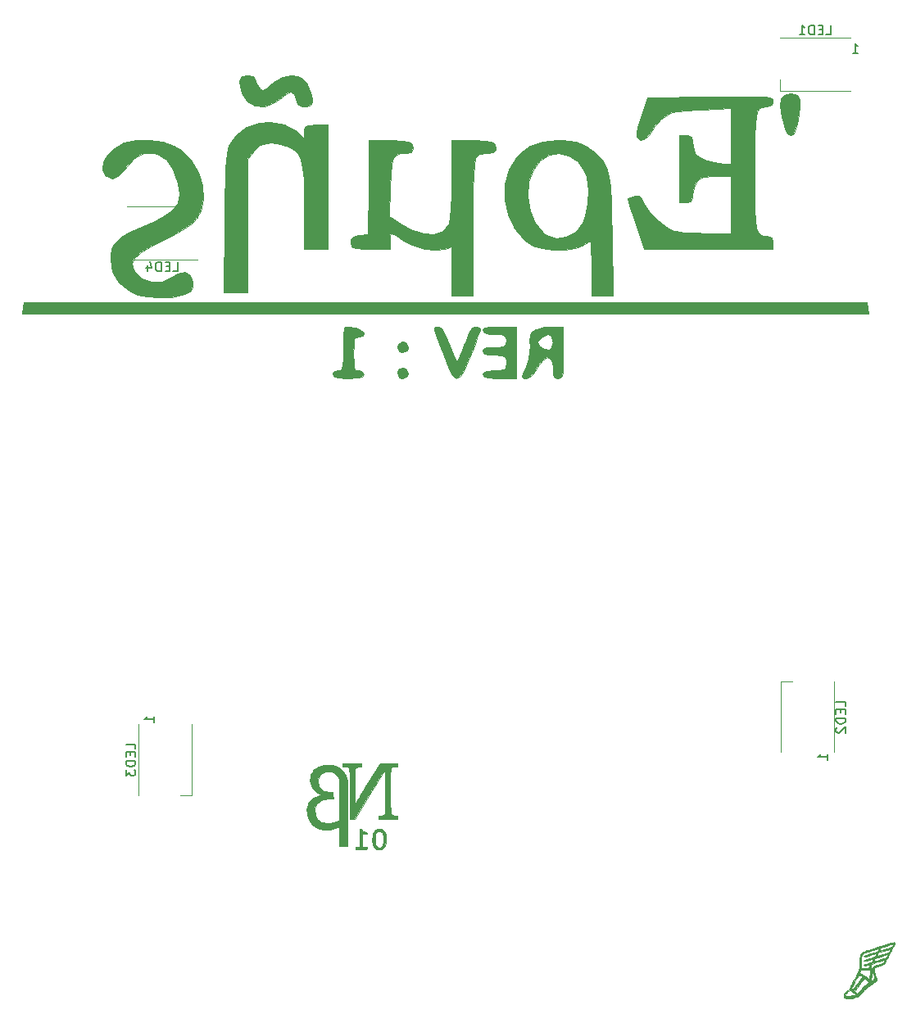
<source format=gbo>
%TF.GenerationSoftware,KiCad,Pcbnew,(5.1.8)-1*%
%TF.CreationDate,2021-05-23T17:34:50+02:00*%
%TF.ProjectId,HERMES PCB,4845524d-4553-4205-9043-422e6b696361,rev?*%
%TF.SameCoordinates,Original*%
%TF.FileFunction,Legend,Bot*%
%TF.FilePolarity,Positive*%
%FSLAX46Y46*%
G04 Gerber Fmt 4.6, Leading zero omitted, Abs format (unit mm)*
G04 Created by KiCad (PCBNEW (5.1.8)-1) date 2021-05-23 17:34:50*
%MOMM*%
%LPD*%
G01*
G04 APERTURE LIST*
%ADD10C,0.010000*%
%ADD11C,0.120000*%
%ADD12C,0.150000*%
G04 APERTURE END LIST*
D10*
%TO.C,G\u002A\u002A\u002A*%
G36*
X80448489Y-61557570D02*
G01*
X80238767Y-61863631D01*
X80218882Y-62168080D01*
X80428694Y-63322009D01*
X80992657Y-64149504D01*
X81812564Y-64609290D01*
X82790206Y-64660090D01*
X83827376Y-64260629D01*
X84322244Y-63892698D01*
X85070296Y-63307361D01*
X85556219Y-63138204D01*
X85853647Y-63385226D01*
X86007408Y-63892698D01*
X86213494Y-64471211D01*
X86630566Y-64678836D01*
X86936514Y-64694803D01*
X87490748Y-64618789D01*
X87687428Y-64283442D01*
X87704198Y-63959540D01*
X87562676Y-63230609D01*
X87218719Y-62432352D01*
X87173391Y-62355329D01*
X86732125Y-61771746D01*
X86215742Y-61528204D01*
X85579484Y-61486382D01*
X84707033Y-61604228D01*
X83924675Y-62028335D01*
X83539733Y-62343014D01*
X82946224Y-62841989D01*
X82602833Y-63017581D01*
X82365126Y-62907337D01*
X82193588Y-62692965D01*
X81897845Y-62148729D01*
X81823093Y-61836332D01*
X81584327Y-61574521D01*
X81020987Y-61486382D01*
X80448489Y-61557570D01*
G37*
X80448489Y-61557570D02*
X80238767Y-61863631D01*
X80218882Y-62168080D01*
X80428694Y-63322009D01*
X80992657Y-64149504D01*
X81812564Y-64609290D01*
X82790206Y-64660090D01*
X83827376Y-64260629D01*
X84322244Y-63892698D01*
X85070296Y-63307361D01*
X85556219Y-63138204D01*
X85853647Y-63385226D01*
X86007408Y-63892698D01*
X86213494Y-64471211D01*
X86630566Y-64678836D01*
X86936514Y-64694803D01*
X87490748Y-64618789D01*
X87687428Y-64283442D01*
X87704198Y-63959540D01*
X87562676Y-63230609D01*
X87218719Y-62432352D01*
X87173391Y-62355329D01*
X86732125Y-61771746D01*
X86215742Y-61528204D01*
X85579484Y-61486382D01*
X84707033Y-61604228D01*
X83924675Y-62028335D01*
X83539733Y-62343014D01*
X82946224Y-62841989D01*
X82602833Y-63017581D01*
X82365126Y-62907337D01*
X82193588Y-62692965D01*
X81897845Y-62148729D01*
X81823093Y-61836332D01*
X81584327Y-61574521D01*
X81020987Y-61486382D01*
X80448489Y-61557570D01*
G36*
X136500602Y-63479078D02*
G01*
X136146067Y-63883738D01*
X136075975Y-64633898D01*
X136270157Y-65791521D01*
X136311241Y-65964803D01*
X136590859Y-66943094D01*
X136861236Y-67472355D01*
X137165357Y-67635737D01*
X137175108Y-67635856D01*
X137472275Y-67494810D01*
X137711655Y-67010072D01*
X137937685Y-66089239D01*
X137950876Y-66022770D01*
X138137348Y-64785699D01*
X138103335Y-63975716D01*
X137828406Y-63524004D01*
X137292133Y-63361746D01*
X137159745Y-63357961D01*
X136500602Y-63479078D01*
G37*
X136500602Y-63479078D02*
X136146067Y-63883738D01*
X136075975Y-64633898D01*
X136270157Y-65791521D01*
X136311241Y-65964803D01*
X136590859Y-66943094D01*
X136861236Y-67472355D01*
X137165357Y-67635737D01*
X137175108Y-67635856D01*
X137472275Y-67494810D01*
X137711655Y-67010072D01*
X137937685Y-66089239D01*
X137950876Y-66022770D01*
X138137348Y-64785699D01*
X138103335Y-63975716D01*
X137828406Y-63524004D01*
X137292133Y-63361746D01*
X137159745Y-63357961D01*
X136500602Y-63479078D01*
G36*
X131421845Y-63661712D02*
G01*
X129566195Y-63679430D01*
X128837723Y-63687418D01*
X122378670Y-63759013D01*
X121748427Y-65627785D01*
X121457199Y-66583712D01*
X121276439Y-67363203D01*
X121241240Y-67811726D01*
X121247511Y-67833575D01*
X121577135Y-68158638D01*
X122050370Y-68088135D01*
X122514745Y-67671783D01*
X122689933Y-67363224D01*
X123138630Y-66677870D01*
X123804972Y-65987076D01*
X123983071Y-65842115D01*
X124435209Y-65528191D01*
X124895512Y-65315498D01*
X125487306Y-65178338D01*
X126333921Y-65091015D01*
X127558683Y-65027832D01*
X127968857Y-65011629D01*
X131018882Y-64894883D01*
X131018882Y-70576908D01*
X130283619Y-70575417D01*
X129249471Y-70467338D01*
X128278450Y-70188791D01*
X127547113Y-69802184D01*
X127278870Y-69513313D01*
X127064240Y-68842600D01*
X127008356Y-68321854D01*
X126904362Y-67804181D01*
X126490007Y-67640139D01*
X126339935Y-67635856D01*
X125671514Y-67635856D01*
X125671514Y-74587435D01*
X126339935Y-74587435D01*
X126830783Y-74491507D01*
X126998863Y-74096052D01*
X127008356Y-73844820D01*
X127162103Y-73050057D01*
X127424569Y-72507978D01*
X127752300Y-72163546D01*
X128223945Y-71982928D01*
X129001711Y-71918057D01*
X129429832Y-71913750D01*
X131018882Y-71913750D01*
X131018882Y-77795856D01*
X128545724Y-77794364D01*
X127318381Y-77764157D01*
X126178864Y-77684871D01*
X125315158Y-77571325D01*
X125100073Y-77522750D01*
X124309936Y-77127245D01*
X123417367Y-76425822D01*
X122585649Y-75575739D01*
X121978066Y-74734251D01*
X121803479Y-74347815D01*
X121536598Y-73924524D01*
X121044548Y-73939008D01*
X121037845Y-73941055D01*
X120538519Y-74117674D01*
X120356106Y-74209917D01*
X120396310Y-74483407D01*
X120585779Y-75148802D01*
X120891204Y-76095404D01*
X121150644Y-76850386D01*
X122046906Y-79400066D01*
X135296777Y-79400066D01*
X135296777Y-78731645D01*
X135181998Y-78218416D01*
X134750446Y-78064353D01*
X134681829Y-78063224D01*
X134294413Y-78040243D01*
X133995954Y-77930274D01*
X133774883Y-77671778D01*
X133619631Y-77203216D01*
X133518627Y-76463049D01*
X133460304Y-75389739D01*
X133433091Y-73921746D01*
X133425420Y-71997531D01*
X133425198Y-71379013D01*
X133429518Y-69318289D01*
X133450192Y-67730742D01*
X133498790Y-66554832D01*
X133586879Y-65729020D01*
X133726031Y-65191769D01*
X133927813Y-64881538D01*
X134203796Y-64736789D01*
X134565548Y-64695983D01*
X134681829Y-64694803D01*
X135177045Y-64546927D01*
X135296777Y-64155313D01*
X135280457Y-63986800D01*
X135189658Y-63858530D01*
X134961618Y-63765958D01*
X134533578Y-63704536D01*
X133842776Y-63669719D01*
X132826452Y-63656960D01*
X131421845Y-63661712D01*
G37*
X131421845Y-63661712D02*
X129566195Y-63679430D01*
X128837723Y-63687418D01*
X122378670Y-63759013D01*
X121748427Y-65627785D01*
X121457199Y-66583712D01*
X121276439Y-67363203D01*
X121241240Y-67811726D01*
X121247511Y-67833575D01*
X121577135Y-68158638D01*
X122050370Y-68088135D01*
X122514745Y-67671783D01*
X122689933Y-67363224D01*
X123138630Y-66677870D01*
X123804972Y-65987076D01*
X123983071Y-65842115D01*
X124435209Y-65528191D01*
X124895512Y-65315498D01*
X125487306Y-65178338D01*
X126333921Y-65091015D01*
X127558683Y-65027832D01*
X127968857Y-65011629D01*
X131018882Y-64894883D01*
X131018882Y-70576908D01*
X130283619Y-70575417D01*
X129249471Y-70467338D01*
X128278450Y-70188791D01*
X127547113Y-69802184D01*
X127278870Y-69513313D01*
X127064240Y-68842600D01*
X127008356Y-68321854D01*
X126904362Y-67804181D01*
X126490007Y-67640139D01*
X126339935Y-67635856D01*
X125671514Y-67635856D01*
X125671514Y-74587435D01*
X126339935Y-74587435D01*
X126830783Y-74491507D01*
X126998863Y-74096052D01*
X127008356Y-73844820D01*
X127162103Y-73050057D01*
X127424569Y-72507978D01*
X127752300Y-72163546D01*
X128223945Y-71982928D01*
X129001711Y-71918057D01*
X129429832Y-71913750D01*
X131018882Y-71913750D01*
X131018882Y-77795856D01*
X128545724Y-77794364D01*
X127318381Y-77764157D01*
X126178864Y-77684871D01*
X125315158Y-77571325D01*
X125100073Y-77522750D01*
X124309936Y-77127245D01*
X123417367Y-76425822D01*
X122585649Y-75575739D01*
X121978066Y-74734251D01*
X121803479Y-74347815D01*
X121536598Y-73924524D01*
X121044548Y-73939008D01*
X121037845Y-73941055D01*
X120538519Y-74117674D01*
X120356106Y-74209917D01*
X120396310Y-74483407D01*
X120585779Y-75148802D01*
X120891204Y-76095404D01*
X121150644Y-76850386D01*
X122046906Y-79400066D01*
X135296777Y-79400066D01*
X135296777Y-78731645D01*
X135181998Y-78218416D01*
X134750446Y-78064353D01*
X134681829Y-78063224D01*
X134294413Y-78040243D01*
X133995954Y-77930274D01*
X133774883Y-77671778D01*
X133619631Y-77203216D01*
X133518627Y-76463049D01*
X133460304Y-75389739D01*
X133433091Y-73921746D01*
X133425420Y-71997531D01*
X133425198Y-71379013D01*
X133429518Y-69318289D01*
X133450192Y-67730742D01*
X133498790Y-66554832D01*
X133586879Y-65729020D01*
X133726031Y-65191769D01*
X133927813Y-64881538D01*
X134203796Y-64736789D01*
X134565548Y-64695983D01*
X134681829Y-64694803D01*
X135177045Y-64546927D01*
X135296777Y-64155313D01*
X135280457Y-63986800D01*
X135189658Y-63858530D01*
X134961618Y-63765958D01*
X134533578Y-63704536D01*
X133842776Y-63669719D01*
X132826452Y-63656960D01*
X131421845Y-63661712D01*
G36*
X82297200Y-66380184D02*
G01*
X80937102Y-66803896D01*
X79840626Y-67684827D01*
X79283093Y-68465909D01*
X79122735Y-68772269D01*
X78996478Y-69127837D01*
X78899284Y-69599473D01*
X78826116Y-70254036D01*
X78771938Y-71158386D01*
X78731712Y-72379381D01*
X78700401Y-73983882D01*
X78672968Y-76038748D01*
X78665798Y-76659540D01*
X78583240Y-83945329D01*
X81020987Y-83945329D01*
X81020987Y-70083199D01*
X81713176Y-69260580D01*
X82328358Y-68682090D01*
X83017501Y-68458714D01*
X83464348Y-68437961D01*
X84386196Y-68544982D01*
X85231311Y-68806369D01*
X85307634Y-68843539D01*
X85857354Y-69185351D01*
X86266373Y-69615005D01*
X86554714Y-70211132D01*
X86742401Y-71052365D01*
X86849457Y-72217338D01*
X86895907Y-73784684D01*
X86903093Y-75108894D01*
X86903093Y-79400066D01*
X89309408Y-79400066D01*
X89309408Y-66566382D01*
X88106250Y-66566382D01*
X87364545Y-66593161D01*
X87013143Y-66728653D01*
X86908243Y-67055588D01*
X86903093Y-67258570D01*
X86903093Y-67950759D01*
X86093117Y-67269209D01*
X84858596Y-66575236D01*
X83343248Y-66318215D01*
X82297200Y-66380184D01*
G37*
X82297200Y-66380184D02*
X80937102Y-66803896D01*
X79840626Y-67684827D01*
X79283093Y-68465909D01*
X79122735Y-68772269D01*
X78996478Y-69127837D01*
X78899284Y-69599473D01*
X78826116Y-70254036D01*
X78771938Y-71158386D01*
X78731712Y-72379381D01*
X78700401Y-73983882D01*
X78672968Y-76038748D01*
X78665798Y-76659540D01*
X78583240Y-83945329D01*
X81020987Y-83945329D01*
X81020987Y-70083199D01*
X81713176Y-69260580D01*
X82328358Y-68682090D01*
X83017501Y-68458714D01*
X83464348Y-68437961D01*
X84386196Y-68544982D01*
X85231311Y-68806369D01*
X85307634Y-68843539D01*
X85857354Y-69185351D01*
X86266373Y-69615005D01*
X86554714Y-70211132D01*
X86742401Y-71052365D01*
X86849457Y-72217338D01*
X86895907Y-73784684D01*
X86903093Y-75108894D01*
X86903093Y-79400066D01*
X89309408Y-79400066D01*
X89309408Y-66566382D01*
X88106250Y-66566382D01*
X87364545Y-66593161D01*
X87013143Y-66728653D01*
X86908243Y-67055588D01*
X86903093Y-67258570D01*
X86903093Y-67950759D01*
X86093117Y-67269209D01*
X84858596Y-66575236D01*
X83343248Y-66318215D01*
X82297200Y-66380184D01*
G36*
X102143093Y-72168538D02*
G01*
X102121963Y-73833882D01*
X102062162Y-75218469D01*
X101969072Y-76239250D01*
X101848075Y-76813173D01*
X101841041Y-76829414D01*
X101244621Y-77570351D01*
X100350054Y-77909868D01*
X99212111Y-77848283D01*
X97885561Y-77385917D01*
X96836945Y-76800245D01*
X95679997Y-76057961D01*
X95772227Y-73038916D01*
X95831776Y-71606874D01*
X95933395Y-70625099D01*
X96115992Y-70009129D01*
X96418481Y-69674506D01*
X96879771Y-69536767D01*
X97397303Y-69511529D01*
X97960600Y-69400190D01*
X98132303Y-69024718D01*
X98132566Y-69001303D01*
X98039515Y-68614133D01*
X97703062Y-68364894D01*
X97037257Y-68227040D01*
X95956148Y-68174023D01*
X95443046Y-68170592D01*
X93599366Y-68170592D01*
X93526493Y-73050066D01*
X93453619Y-77929540D01*
X92584672Y-78013322D01*
X91973598Y-78143791D01*
X91739717Y-78458419D01*
X91715724Y-78748585D01*
X91742763Y-79080029D01*
X91898922Y-79274324D01*
X92296766Y-79368041D01*
X93048862Y-79397750D01*
X93720987Y-79400066D01*
X95726250Y-79400066D01*
X95726250Y-78597961D01*
X95766708Y-78034343D01*
X95864159Y-77795902D01*
X95865667Y-77795856D01*
X96153578Y-77930331D01*
X96716961Y-78269495D01*
X97001983Y-78453946D01*
X98090124Y-79011453D01*
X99307544Y-79387487D01*
X100468254Y-79541503D01*
X101386271Y-79432955D01*
X101426286Y-79418462D01*
X102143093Y-79145933D01*
X102143093Y-84212698D01*
X104282040Y-84212698D01*
X104282040Y-77377226D01*
X104293084Y-75158855D01*
X104325061Y-73276698D01*
X104376241Y-71776728D01*
X104444893Y-70704918D01*
X104529288Y-70107241D01*
X104558815Y-70024594D01*
X105028872Y-69616304D01*
X105761973Y-69507435D01*
X106408167Y-69442796D01*
X106664404Y-69199925D01*
X106688356Y-69001303D01*
X106595595Y-68614545D01*
X106260024Y-68365424D01*
X105595707Y-68227455D01*
X104516708Y-68174156D01*
X103992804Y-68170592D01*
X102143093Y-68170592D01*
X102143093Y-72168538D01*
G37*
X102143093Y-72168538D02*
X102121963Y-73833882D01*
X102062162Y-75218469D01*
X101969072Y-76239250D01*
X101848075Y-76813173D01*
X101841041Y-76829414D01*
X101244621Y-77570351D01*
X100350054Y-77909868D01*
X99212111Y-77848283D01*
X97885561Y-77385917D01*
X96836945Y-76800245D01*
X95679997Y-76057961D01*
X95772227Y-73038916D01*
X95831776Y-71606874D01*
X95933395Y-70625099D01*
X96115992Y-70009129D01*
X96418481Y-69674506D01*
X96879771Y-69536767D01*
X97397303Y-69511529D01*
X97960600Y-69400190D01*
X98132303Y-69024718D01*
X98132566Y-69001303D01*
X98039515Y-68614133D01*
X97703062Y-68364894D01*
X97037257Y-68227040D01*
X95956148Y-68174023D01*
X95443046Y-68170592D01*
X93599366Y-68170592D01*
X93526493Y-73050066D01*
X93453619Y-77929540D01*
X92584672Y-78013322D01*
X91973598Y-78143791D01*
X91739717Y-78458419D01*
X91715724Y-78748585D01*
X91742763Y-79080029D01*
X91898922Y-79274324D01*
X92296766Y-79368041D01*
X93048862Y-79397750D01*
X93720987Y-79400066D01*
X95726250Y-79400066D01*
X95726250Y-78597961D01*
X95766708Y-78034343D01*
X95864159Y-77795902D01*
X95865667Y-77795856D01*
X96153578Y-77930331D01*
X96716961Y-78269495D01*
X97001983Y-78453946D01*
X98090124Y-79011453D01*
X99307544Y-79387487D01*
X100468254Y-79541503D01*
X101386271Y-79432955D01*
X101426286Y-79418462D01*
X102143093Y-79145933D01*
X102143093Y-84212698D01*
X104282040Y-84212698D01*
X104282040Y-77377226D01*
X104293084Y-75158855D01*
X104325061Y-73276698D01*
X104376241Y-71776728D01*
X104444893Y-70704918D01*
X104529288Y-70107241D01*
X104558815Y-70024594D01*
X105028872Y-69616304D01*
X105761973Y-69507435D01*
X106408167Y-69442796D01*
X106664404Y-69199925D01*
X106688356Y-69001303D01*
X106595595Y-68614545D01*
X106260024Y-68365424D01*
X105595707Y-68227455D01*
X104516708Y-68174156D01*
X103992804Y-68170592D01*
X102143093Y-68170592D01*
X102143093Y-72168538D01*
G36*
X111506620Y-68301103D02*
G01*
X110269974Y-68730530D01*
X109228402Y-69515720D01*
X108912908Y-69851838D01*
X108064685Y-71190293D01*
X107630556Y-72713857D01*
X107591144Y-74312548D01*
X107927077Y-75876386D01*
X108618979Y-77295387D01*
X109647476Y-78459570D01*
X110533561Y-79051784D01*
X111430883Y-79341915D01*
X112585633Y-79484913D01*
X113801729Y-79480680D01*
X114883089Y-79329116D01*
X115598268Y-79054349D01*
X116128204Y-78734216D01*
X116435750Y-78598008D01*
X116437896Y-78597961D01*
X116496637Y-78846903D01*
X116543692Y-79520090D01*
X116573431Y-80507067D01*
X116580987Y-81405329D01*
X116580987Y-84212698D01*
X118763016Y-84212698D01*
X118674563Y-77996382D01*
X118639792Y-75872611D01*
X118593078Y-74209085D01*
X118539680Y-73284491D01*
X116250129Y-73284491D01*
X116193436Y-74715654D01*
X115922215Y-76043705D01*
X115664260Y-76689520D01*
X114942569Y-77605511D01*
X113994169Y-78146612D01*
X112950670Y-78277188D01*
X111943683Y-77961604D01*
X111665387Y-77772248D01*
X110770147Y-76750109D01*
X110204924Y-75440308D01*
X109977707Y-73982084D01*
X110096486Y-72514673D01*
X110569251Y-71177312D01*
X111234734Y-70267291D01*
X112176696Y-69649961D01*
X113214709Y-69489113D01*
X114241949Y-69746472D01*
X115151596Y-70383759D01*
X115836828Y-71362699D01*
X116070639Y-72000111D01*
X116250129Y-73284491D01*
X118539680Y-73284491D01*
X118519283Y-72931320D01*
X118403270Y-71964833D01*
X118229898Y-71235142D01*
X117984030Y-70667764D01*
X117650528Y-70188215D01*
X117214252Y-69722013D01*
X116939068Y-69457602D01*
X116013584Y-68753032D01*
X114969432Y-68345980D01*
X113641014Y-68181230D01*
X113079205Y-68170592D01*
X111506620Y-68301103D01*
G37*
X111506620Y-68301103D02*
X110269974Y-68730530D01*
X109228402Y-69515720D01*
X108912908Y-69851838D01*
X108064685Y-71190293D01*
X107630556Y-72713857D01*
X107591144Y-74312548D01*
X107927077Y-75876386D01*
X108618979Y-77295387D01*
X109647476Y-78459570D01*
X110533561Y-79051784D01*
X111430883Y-79341915D01*
X112585633Y-79484913D01*
X113801729Y-79480680D01*
X114883089Y-79329116D01*
X115598268Y-79054349D01*
X116128204Y-78734216D01*
X116435750Y-78598008D01*
X116437896Y-78597961D01*
X116496637Y-78846903D01*
X116543692Y-79520090D01*
X116573431Y-80507067D01*
X116580987Y-81405329D01*
X116580987Y-84212698D01*
X118763016Y-84212698D01*
X118674563Y-77996382D01*
X118639792Y-75872611D01*
X118593078Y-74209085D01*
X118539680Y-73284491D01*
X116250129Y-73284491D01*
X116193436Y-74715654D01*
X115922215Y-76043705D01*
X115664260Y-76689520D01*
X114942569Y-77605511D01*
X113994169Y-78146612D01*
X112950670Y-78277188D01*
X111943683Y-77961604D01*
X111665387Y-77772248D01*
X110770147Y-76750109D01*
X110204924Y-75440308D01*
X109977707Y-73982084D01*
X110096486Y-72514673D01*
X110569251Y-71177312D01*
X111234734Y-70267291D01*
X112176696Y-69649961D01*
X113214709Y-69489113D01*
X114241949Y-69746472D01*
X115151596Y-70383759D01*
X115836828Y-71362699D01*
X116070639Y-72000111D01*
X116250129Y-73284491D01*
X118539680Y-73284491D01*
X118519283Y-72931320D01*
X118403270Y-71964833D01*
X118229898Y-71235142D01*
X117984030Y-70667764D01*
X117650528Y-70188215D01*
X117214252Y-69722013D01*
X116939068Y-69457602D01*
X116013584Y-68753032D01*
X114969432Y-68345980D01*
X113641014Y-68181230D01*
X113079205Y-68170592D01*
X111506620Y-68301103D01*
G36*
X69508830Y-68199960D02*
G01*
X68339368Y-68430361D01*
X68271551Y-68454970D01*
X67308864Y-68983357D01*
X66581524Y-69694963D01*
X66146656Y-70482442D01*
X66061388Y-71238444D01*
X66382847Y-71855621D01*
X66436578Y-71903102D01*
X67042506Y-72106532D01*
X67713264Y-71825457D01*
X68379160Y-71092910D01*
X68482161Y-70933481D01*
X69306808Y-69985858D01*
X70289020Y-69487330D01*
X71342810Y-69473042D01*
X71742126Y-69601053D01*
X72673497Y-70213131D01*
X73354534Y-71198915D01*
X73832019Y-72626634D01*
X73839824Y-72660212D01*
X73984451Y-73779510D01*
X73801008Y-74675134D01*
X73235257Y-75430288D01*
X72232958Y-76128178D01*
X71258721Y-76619725D01*
X70315883Y-77043335D01*
X69557980Y-77361615D01*
X69116233Y-77520137D01*
X69067850Y-77528487D01*
X68745838Y-77685648D01*
X68180879Y-78084910D01*
X67847169Y-78350058D01*
X67227929Y-78922553D01*
X66936158Y-79449481D01*
X66852727Y-80179379D01*
X66850461Y-80429514D01*
X67071310Y-81805913D01*
X67743470Y-82914797D01*
X68881366Y-83775220D01*
X69648286Y-84125515D01*
X70632677Y-84352854D01*
X71880910Y-84436777D01*
X73161802Y-84379702D01*
X74244166Y-84184049D01*
X74554661Y-84074156D01*
X75149550Y-83747747D01*
X75365575Y-83345984D01*
X75356767Y-82814622D01*
X75103446Y-82113952D01*
X74565930Y-81828371D01*
X73817220Y-81975029D01*
X73241726Y-82317752D01*
X72210099Y-82790690D01*
X71117595Y-82821561D01*
X70111497Y-82440192D01*
X69339089Y-81676408D01*
X69239843Y-81507372D01*
X69111539Y-80943555D01*
X69364546Y-80375443D01*
X70035062Y-79767732D01*
X71159284Y-79085118D01*
X72319032Y-78504156D01*
X73461159Y-77924701D01*
X74483556Y-77336930D01*
X75245447Y-76825256D01*
X75528670Y-76579586D01*
X76177172Y-75512179D01*
X76436694Y-74227078D01*
X76337616Y-72838371D01*
X75910320Y-71460149D01*
X75185185Y-70206501D01*
X74192593Y-69191515D01*
X73436424Y-68722484D01*
X72296660Y-68358416D01*
X70907695Y-68180110D01*
X69508830Y-68199960D01*
G37*
X69508830Y-68199960D02*
X68339368Y-68430361D01*
X68271551Y-68454970D01*
X67308864Y-68983357D01*
X66581524Y-69694963D01*
X66146656Y-70482442D01*
X66061388Y-71238444D01*
X66382847Y-71855621D01*
X66436578Y-71903102D01*
X67042506Y-72106532D01*
X67713264Y-71825457D01*
X68379160Y-71092910D01*
X68482161Y-70933481D01*
X69306808Y-69985858D01*
X70289020Y-69487330D01*
X71342810Y-69473042D01*
X71742126Y-69601053D01*
X72673497Y-70213131D01*
X73354534Y-71198915D01*
X73832019Y-72626634D01*
X73839824Y-72660212D01*
X73984451Y-73779510D01*
X73801008Y-74675134D01*
X73235257Y-75430288D01*
X72232958Y-76128178D01*
X71258721Y-76619725D01*
X70315883Y-77043335D01*
X69557980Y-77361615D01*
X69116233Y-77520137D01*
X69067850Y-77528487D01*
X68745838Y-77685648D01*
X68180879Y-78084910D01*
X67847169Y-78350058D01*
X67227929Y-78922553D01*
X66936158Y-79449481D01*
X66852727Y-80179379D01*
X66850461Y-80429514D01*
X67071310Y-81805913D01*
X67743470Y-82914797D01*
X68881366Y-83775220D01*
X69648286Y-84125515D01*
X70632677Y-84352854D01*
X71880910Y-84436777D01*
X73161802Y-84379702D01*
X74244166Y-84184049D01*
X74554661Y-84074156D01*
X75149550Y-83747747D01*
X75365575Y-83345984D01*
X75356767Y-82814622D01*
X75103446Y-82113952D01*
X74565930Y-81828371D01*
X73817220Y-81975029D01*
X73241726Y-82317752D01*
X72210099Y-82790690D01*
X71117595Y-82821561D01*
X70111497Y-82440192D01*
X69339089Y-81676408D01*
X69239843Y-81507372D01*
X69111539Y-80943555D01*
X69364546Y-80375443D01*
X70035062Y-79767732D01*
X71159284Y-79085118D01*
X72319032Y-78504156D01*
X73461159Y-77924701D01*
X74483556Y-77336930D01*
X75245447Y-76825256D01*
X75528670Y-76579586D01*
X76177172Y-75512179D01*
X76436694Y-74227078D01*
X76337616Y-72838371D01*
X75910320Y-71460149D01*
X75185185Y-70206501D01*
X74192593Y-69191515D01*
X73436424Y-68722484D01*
X72296660Y-68358416D01*
X70907695Y-68180110D01*
X69508830Y-68199960D01*
G36*
X57722743Y-86084277D02*
G01*
X145226600Y-86084277D01*
X145055724Y-84881119D01*
X57893619Y-84881119D01*
X57722743Y-86084277D01*
G37*
X57722743Y-86084277D02*
X145226600Y-86084277D01*
X145055724Y-84881119D01*
X57893619Y-84881119D01*
X57722743Y-86084277D01*
G36*
X96616238Y-89214387D02*
G01*
X96528356Y-89560066D01*
X96717414Y-90006921D01*
X97063093Y-90094803D01*
X97509947Y-89905745D01*
X97597829Y-89560066D01*
X97408771Y-89113211D01*
X97063093Y-89025329D01*
X96616238Y-89214387D01*
G37*
X96616238Y-89214387D02*
X96528356Y-89560066D01*
X96717414Y-90006921D01*
X97063093Y-90094803D01*
X97509947Y-89905745D01*
X97597829Y-89560066D01*
X97408771Y-89113211D01*
X97063093Y-89025329D01*
X96616238Y-89214387D01*
G36*
X91041849Y-87667962D02*
G01*
X90960994Y-88326673D01*
X90917637Y-89274522D01*
X90913619Y-89693750D01*
X90903668Y-90798771D01*
X90857413Y-91473741D01*
X90750253Y-91823221D01*
X90557585Y-91951769D01*
X90378882Y-91966382D01*
X89943395Y-92133560D01*
X89844145Y-92367435D01*
X89967346Y-92600308D01*
X90404085Y-92725336D01*
X91255066Y-92767696D01*
X91448356Y-92768487D01*
X92379848Y-92737687D01*
X92879962Y-92628502D01*
X93049403Y-92415757D01*
X93052566Y-92367435D01*
X92829662Y-92040819D01*
X92517829Y-91966382D01*
X92228438Y-91912217D01*
X92067096Y-91670950D01*
X91997446Y-91124423D01*
X91983093Y-90228487D01*
X91999759Y-89287966D01*
X92073995Y-88763603D01*
X92242157Y-88537240D01*
X92517829Y-88490592D01*
X92971434Y-88366164D01*
X93022441Y-88081866D01*
X92715345Y-87771179D01*
X92217040Y-87588224D01*
X91561491Y-87470716D01*
X91149763Y-87421126D01*
X91147566Y-87421119D01*
X91041849Y-87667962D01*
G37*
X91041849Y-87667962D02*
X90960994Y-88326673D01*
X90917637Y-89274522D01*
X90913619Y-89693750D01*
X90903668Y-90798771D01*
X90857413Y-91473741D01*
X90750253Y-91823221D01*
X90557585Y-91951769D01*
X90378882Y-91966382D01*
X89943395Y-92133560D01*
X89844145Y-92367435D01*
X89967346Y-92600308D01*
X90404085Y-92725336D01*
X91255066Y-92767696D01*
X91448356Y-92768487D01*
X92379848Y-92737687D01*
X92879962Y-92628502D01*
X93049403Y-92415757D01*
X93052566Y-92367435D01*
X92829662Y-92040819D01*
X92517829Y-91966382D01*
X92228438Y-91912217D01*
X92067096Y-91670950D01*
X91997446Y-91124423D01*
X91983093Y-90228487D01*
X91999759Y-89287966D01*
X92073995Y-88763603D01*
X92242157Y-88537240D01*
X92517829Y-88490592D01*
X92971434Y-88366164D01*
X93022441Y-88081866D01*
X92715345Y-87771179D01*
X92217040Y-87588224D01*
X91561491Y-87470716D01*
X91149763Y-87421126D01*
X91147566Y-87421119D01*
X91041849Y-87667962D01*
G36*
X96616238Y-91888071D02*
G01*
X96528356Y-92233750D01*
X96717414Y-92680605D01*
X97063093Y-92768487D01*
X97509947Y-92579429D01*
X97597829Y-92233750D01*
X97408771Y-91786895D01*
X97063093Y-91699013D01*
X96616238Y-91888071D01*
G37*
X96616238Y-91888071D02*
X96528356Y-92233750D01*
X96717414Y-92680605D01*
X97063093Y-92768487D01*
X97509947Y-92579429D01*
X97597829Y-92233750D01*
X97408771Y-91786895D01*
X97063093Y-91699013D01*
X96616238Y-91888071D01*
G36*
X100483353Y-87436472D02*
G01*
X100342673Y-87539031D01*
X100341179Y-87813547D01*
X100492971Y-88344770D01*
X100812146Y-89217450D01*
X101227256Y-90295329D01*
X101778335Y-91632142D01*
X102229816Y-92456218D01*
X102629120Y-92767339D01*
X103023665Y-92565289D01*
X103460871Y-91849850D01*
X103988157Y-90620804D01*
X104120731Y-90282053D01*
X104528376Y-89212285D01*
X104850593Y-88333024D01*
X105045523Y-87760443D01*
X105084145Y-87608369D01*
X104861794Y-87451189D01*
X104598853Y-87421119D01*
X104261363Y-87582676D01*
X103917959Y-88116835D01*
X103521746Y-89097823D01*
X103498967Y-89162030D01*
X103166334Y-90048769D01*
X102880135Y-90713828D01*
X102701243Y-91016025D01*
X102698971Y-91017526D01*
X102529783Y-90842110D01*
X102252815Y-90273515D01*
X101923335Y-89427834D01*
X101870147Y-89276615D01*
X101466439Y-88231339D01*
X101124619Y-87638128D01*
X100801089Y-87424817D01*
X100749120Y-87421119D01*
X100483353Y-87436472D01*
G37*
X100483353Y-87436472D02*
X100342673Y-87539031D01*
X100341179Y-87813547D01*
X100492971Y-88344770D01*
X100812146Y-89217450D01*
X101227256Y-90295329D01*
X101778335Y-91632142D01*
X102229816Y-92456218D01*
X102629120Y-92767339D01*
X103023665Y-92565289D01*
X103460871Y-91849850D01*
X103988157Y-90620804D01*
X104120731Y-90282053D01*
X104528376Y-89212285D01*
X104850593Y-88333024D01*
X105045523Y-87760443D01*
X105084145Y-87608369D01*
X104861794Y-87451189D01*
X104598853Y-87421119D01*
X104261363Y-87582676D01*
X103917959Y-88116835D01*
X103521746Y-89097823D01*
X103498967Y-89162030D01*
X103166334Y-90048769D01*
X102880135Y-90713828D01*
X102701243Y-91016025D01*
X102698971Y-91017526D01*
X102529783Y-90842110D01*
X102252815Y-90273515D01*
X101923335Y-89427834D01*
X101870147Y-89276615D01*
X101466439Y-88231339D01*
X101124619Y-87638128D01*
X100801089Y-87424817D01*
X100749120Y-87421119D01*
X100483353Y-87436472D01*
G36*
X106114597Y-87447893D02*
G01*
X105572793Y-87543564D01*
X105364239Y-87731152D01*
X105351514Y-87822171D01*
X105508972Y-88086510D01*
X106044365Y-88206917D01*
X106554672Y-88223224D01*
X107297115Y-88250929D01*
X107648878Y-88387107D01*
X107753234Y-88711357D01*
X107757829Y-88891645D01*
X107707961Y-89304114D01*
X107462840Y-89499537D01*
X106879189Y-89557513D01*
X106554672Y-89560066D01*
X105761655Y-89612552D01*
X105400435Y-89791016D01*
X105351514Y-89961119D01*
X105508972Y-90225458D01*
X106044365Y-90345864D01*
X106554672Y-90362171D01*
X107294512Y-90385423D01*
X107644924Y-90519675D01*
X107751028Y-90861674D01*
X107757829Y-91164277D01*
X107722952Y-91657503D01*
X107521573Y-91891112D01*
X107008575Y-91961848D01*
X106554672Y-91966382D01*
X105761655Y-92018868D01*
X105400435Y-92197332D01*
X105351514Y-92367435D01*
X105467536Y-92592391D01*
X105882110Y-92717423D01*
X106694992Y-92765550D01*
X107089408Y-92768487D01*
X108827303Y-92768487D01*
X108827303Y-87421119D01*
X107089408Y-87421119D01*
X106114597Y-87447893D01*
G37*
X106114597Y-87447893D02*
X105572793Y-87543564D01*
X105364239Y-87731152D01*
X105351514Y-87822171D01*
X105508972Y-88086510D01*
X106044365Y-88206917D01*
X106554672Y-88223224D01*
X107297115Y-88250929D01*
X107648878Y-88387107D01*
X107753234Y-88711357D01*
X107757829Y-88891645D01*
X107707961Y-89304114D01*
X107462840Y-89499537D01*
X106879189Y-89557513D01*
X106554672Y-89560066D01*
X105761655Y-89612552D01*
X105400435Y-89791016D01*
X105351514Y-89961119D01*
X105508972Y-90225458D01*
X106044365Y-90345864D01*
X106554672Y-90362171D01*
X107294512Y-90385423D01*
X107644924Y-90519675D01*
X107751028Y-90861674D01*
X107757829Y-91164277D01*
X107722952Y-91657503D01*
X107521573Y-91891112D01*
X107008575Y-91961848D01*
X106554672Y-91966382D01*
X105761655Y-92018868D01*
X105400435Y-92197332D01*
X105351514Y-92367435D01*
X105467536Y-92592391D01*
X105882110Y-92717423D01*
X106694992Y-92765550D01*
X107089408Y-92768487D01*
X108827303Y-92768487D01*
X108827303Y-87421119D01*
X107089408Y-87421119D01*
X106114597Y-87447893D01*
G36*
X111694664Y-87503128D02*
G01*
X110911388Y-87703893D01*
X110832482Y-87737174D01*
X110420804Y-87980441D01*
X110227315Y-88330350D01*
X110187585Y-88958262D01*
X110204188Y-89408227D01*
X110109733Y-90766487D01*
X109815801Y-91618894D01*
X109474165Y-92303503D01*
X109402333Y-92643613D01*
X109603592Y-92758315D01*
X109847543Y-92768487D01*
X110296116Y-92536453D01*
X110801212Y-91920368D01*
X110934125Y-91699013D01*
X111476175Y-90948414D01*
X111989118Y-90634409D01*
X112052832Y-90629540D01*
X112392753Y-90725495D01*
X112542653Y-91104985D01*
X112570461Y-91699013D01*
X112615304Y-92398702D01*
X112796549Y-92707937D01*
X113105198Y-92768487D01*
X113348577Y-92731792D01*
X113504378Y-92557181D01*
X113591960Y-92147869D01*
X113630678Y-91407069D01*
X113639891Y-90237995D01*
X113639935Y-90094803D01*
X113639935Y-89025329D01*
X112570461Y-89025329D01*
X112481303Y-89619083D01*
X112162781Y-89822741D01*
X112068462Y-89827435D01*
X111488132Y-89633283D01*
X111209607Y-89397449D01*
X111005880Y-89017621D01*
X111229930Y-88696250D01*
X111361655Y-88595344D01*
X112022331Y-88249466D01*
X112423712Y-88370456D01*
X112569698Y-88959701D01*
X112570461Y-89025329D01*
X113639935Y-89025329D01*
X113639935Y-87421119D01*
X112583042Y-87421119D01*
X111694664Y-87503128D01*
G37*
X111694664Y-87503128D02*
X110911388Y-87703893D01*
X110832482Y-87737174D01*
X110420804Y-87980441D01*
X110227315Y-88330350D01*
X110187585Y-88958262D01*
X110204188Y-89408227D01*
X110109733Y-90766487D01*
X109815801Y-91618894D01*
X109474165Y-92303503D01*
X109402333Y-92643613D01*
X109603592Y-92758315D01*
X109847543Y-92768487D01*
X110296116Y-92536453D01*
X110801212Y-91920368D01*
X110934125Y-91699013D01*
X111476175Y-90948414D01*
X111989118Y-90634409D01*
X112052832Y-90629540D01*
X112392753Y-90725495D01*
X112542653Y-91104985D01*
X112570461Y-91699013D01*
X112615304Y-92398702D01*
X112796549Y-92707937D01*
X113105198Y-92768487D01*
X113348577Y-92731792D01*
X113504378Y-92557181D01*
X113591960Y-92147869D01*
X113630678Y-91407069D01*
X113639891Y-90237995D01*
X113639935Y-90094803D01*
X113639935Y-89025329D01*
X112570461Y-89025329D01*
X112481303Y-89619083D01*
X112162781Y-89822741D01*
X112068462Y-89827435D01*
X111488132Y-89633283D01*
X111209607Y-89397449D01*
X111005880Y-89017621D01*
X111229930Y-88696250D01*
X111361655Y-88595344D01*
X112022331Y-88249466D01*
X112423712Y-88370456D01*
X112569698Y-88959701D01*
X112570461Y-89025329D01*
X113639935Y-89025329D01*
X113639935Y-87421119D01*
X112583042Y-87421119D01*
X111694664Y-87503128D01*
G36*
X147817687Y-151073679D02*
G01*
X147744746Y-151090469D01*
X147638250Y-151118747D01*
X147505029Y-151156642D01*
X147351911Y-151202284D01*
X147223924Y-151241789D01*
X146821004Y-151368227D01*
X146445365Y-151486620D01*
X146099057Y-151596304D01*
X145784131Y-151696616D01*
X145502637Y-151786893D01*
X145256626Y-151866474D01*
X145048146Y-151934695D01*
X144879250Y-151990894D01*
X144751986Y-152034408D01*
X144668406Y-152064574D01*
X144633784Y-152078947D01*
X144559767Y-152127616D01*
X144485242Y-152193061D01*
X144467417Y-152212154D01*
X144423719Y-152266980D01*
X144389030Y-152325105D01*
X144362344Y-152392837D01*
X144342656Y-152476490D01*
X144328960Y-152582374D01*
X144320251Y-152716801D01*
X144315522Y-152886081D01*
X144313769Y-153096526D01*
X144313671Y-153177005D01*
X144313671Y-153796179D01*
X143831242Y-154748803D01*
X143726815Y-154953998D01*
X143626818Y-155148570D01*
X143533976Y-155327352D01*
X143451016Y-155485178D01*
X143380663Y-155616882D01*
X143325643Y-155717296D01*
X143288681Y-155781255D01*
X143277370Y-155798574D01*
X143233432Y-155849914D01*
X143160980Y-155925320D01*
X143068739Y-156016080D01*
X142965437Y-156113484D01*
X142922641Y-156152658D01*
X142814568Y-156250124D01*
X142737285Y-156322895D01*
X142686509Y-156381363D01*
X142657959Y-156435920D01*
X142647352Y-156496957D01*
X142650405Y-156574866D01*
X142662838Y-156680038D01*
X142672818Y-156758919D01*
X142695409Y-156787443D01*
X142748480Y-156825170D01*
X142781982Y-156843978D01*
X142898988Y-156884133D01*
X143050256Y-156904985D01*
X143224197Y-156906181D01*
X143409226Y-156887367D01*
X143519921Y-156866510D01*
X143720504Y-156816295D01*
X143890627Y-156759331D01*
X144039794Y-156689586D01*
X144177510Y-156601027D01*
X144313278Y-156487620D01*
X144325530Y-156475285D01*
X143829980Y-156475285D01*
X143743164Y-156511525D01*
X143642174Y-156545392D01*
X143512644Y-156577279D01*
X143371388Y-156604194D01*
X143235220Y-156623141D01*
X143120957Y-156631129D01*
X143077224Y-156630073D01*
X142947523Y-156604417D01*
X142860352Y-156562529D01*
X142807651Y-156522828D01*
X142778186Y-156493229D01*
X142775950Y-156487792D01*
X142793502Y-156465923D01*
X142841738Y-156418075D01*
X142913830Y-156350733D01*
X143002953Y-156270386D01*
X143029056Y-156247298D01*
X143282332Y-156024187D01*
X143380274Y-156078646D01*
X143441800Y-156120454D01*
X143524110Y-156186560D01*
X143613459Y-156265644D01*
X143654098Y-156304195D01*
X143829980Y-156475285D01*
X144325530Y-156475285D01*
X144456604Y-156343334D01*
X144601969Y-156179694D01*
X144722016Y-156041586D01*
X144823326Y-155931137D01*
X144915762Y-155840097D01*
X145009186Y-155760215D01*
X145113462Y-155683241D01*
X145238453Y-155600923D01*
X145394022Y-155505011D01*
X145446057Y-155473600D01*
X145659345Y-155335771D01*
X145803164Y-155224444D01*
X145231445Y-155224444D01*
X145211731Y-155248561D01*
X145159900Y-155288812D01*
X145086916Y-155336732D01*
X145082424Y-155339472D01*
X144957398Y-155419571D01*
X144846946Y-155501002D01*
X144741722Y-155592268D01*
X144632382Y-155701872D01*
X144509581Y-155838318D01*
X144423380Y-155939182D01*
X144289783Y-156095580D01*
X144184389Y-156214263D01*
X144105440Y-156297052D01*
X144051176Y-156345770D01*
X144019838Y-156362240D01*
X144015536Y-156361597D01*
X143993442Y-156342068D01*
X143947646Y-156295758D01*
X143887888Y-156232529D01*
X143885468Y-156229920D01*
X143768283Y-156103492D01*
X144264848Y-155441835D01*
X144402455Y-155259103D01*
X144513833Y-155112868D01*
X144602003Y-154999553D01*
X144669983Y-154915583D01*
X144720793Y-154857383D01*
X144757453Y-154821378D01*
X144782981Y-154803993D01*
X144800397Y-154801652D01*
X144804193Y-154803185D01*
X144842610Y-154831428D01*
X144902651Y-154883863D01*
X144975616Y-154951914D01*
X145052807Y-155027005D01*
X145125524Y-155100557D01*
X145185069Y-155163995D01*
X145222743Y-155208741D01*
X145231445Y-155224444D01*
X145803164Y-155224444D01*
X145825493Y-155207160D01*
X145945853Y-155086511D01*
X146021778Y-154972569D01*
X146043098Y-154919036D01*
X146056914Y-154831632D01*
X146045839Y-154756761D01*
X146012838Y-154709083D01*
X145999289Y-154702334D01*
X145989712Y-154689612D01*
X145801953Y-154689612D01*
X145779155Y-154803532D01*
X145716296Y-154913987D01*
X145621673Y-155006452D01*
X145620404Y-155007374D01*
X145558089Y-155049137D01*
X145510653Y-155074906D01*
X145497030Y-155078906D01*
X145485391Y-155055350D01*
X145481550Y-154988554D01*
X145485687Y-154886670D01*
X145495580Y-154793639D01*
X145512666Y-154682775D01*
X145534863Y-154563160D01*
X145560091Y-154443881D01*
X145586267Y-154334022D01*
X145611311Y-154242666D01*
X145633142Y-154178899D01*
X145649679Y-154151805D01*
X145653837Y-154152674D01*
X145671953Y-154188633D01*
X145697086Y-154259994D01*
X145725634Y-154353699D01*
X145753997Y-154456689D01*
X145778570Y-154555907D01*
X145795753Y-154638295D01*
X145801953Y-154689612D01*
X145989712Y-154689612D01*
X145977876Y-154673891D01*
X145949621Y-154606454D01*
X145917114Y-154509734D01*
X145882942Y-154393441D01*
X145849696Y-154267288D01*
X145819964Y-154140985D01*
X145796335Y-154024242D01*
X145786904Y-153962695D01*
X145472359Y-153962695D01*
X145401441Y-154215313D01*
X145367738Y-154342500D01*
X145336502Y-154472888D01*
X145312451Y-154586253D01*
X145304505Y-154630792D01*
X145285239Y-154753951D01*
X145270127Y-154833017D01*
X145252898Y-154872396D01*
X145227281Y-154876497D01*
X145187007Y-154849728D01*
X145125805Y-154796497D01*
X145100402Y-154774269D01*
X145004393Y-154693321D01*
X144928038Y-154631574D01*
X144570139Y-154631574D01*
X144560815Y-154655501D01*
X144524774Y-154714144D01*
X144465331Y-154802732D01*
X144385804Y-154916496D01*
X144289508Y-155050669D01*
X144179762Y-155200480D01*
X144098849Y-155309243D01*
X143606738Y-155966744D01*
X143519921Y-155915393D01*
X143464273Y-155882450D01*
X143430835Y-155862605D01*
X143427328Y-155860504D01*
X143436299Y-155838572D01*
X143464803Y-155780166D01*
X143509130Y-155692642D01*
X143565570Y-155583352D01*
X143609719Y-155498942D01*
X143693190Y-155338927D01*
X143787982Y-155155290D01*
X143883396Y-154968864D01*
X143968733Y-154800481D01*
X143982338Y-154773418D01*
X144166787Y-154405918D01*
X144358052Y-154508663D01*
X144446737Y-154557279D01*
X144518873Y-154598632D01*
X144563007Y-154626086D01*
X144570139Y-154631574D01*
X144928038Y-154631574D01*
X144900320Y-154609159D01*
X144810552Y-154539869D01*
X144809765Y-154539285D01*
X144720641Y-154478244D01*
X144608605Y-154408575D01*
X144495234Y-154343594D01*
X144474902Y-154332652D01*
X144386457Y-154285468D01*
X144316262Y-154247641D01*
X144274646Y-154224756D01*
X144267860Y-154220722D01*
X144274298Y-154197567D01*
X144299800Y-154144237D01*
X144329871Y-154088474D01*
X144400488Y-153962745D01*
X144936423Y-153962720D01*
X145472359Y-153962695D01*
X145786904Y-153962695D01*
X145781398Y-153926771D01*
X145777446Y-153870249D01*
X145779718Y-153781844D01*
X145789746Y-153728669D01*
X145811708Y-153696478D01*
X145832959Y-153680926D01*
X145874641Y-153662008D01*
X145954579Y-153631778D01*
X146063602Y-153593485D01*
X146192541Y-153550374D01*
X146292968Y-153518045D01*
X146449742Y-153467303D01*
X146567241Y-153426153D01*
X146653982Y-153390893D01*
X146718485Y-153357819D01*
X146769269Y-153323229D01*
X146799055Y-153298091D01*
X146899015Y-153185244D01*
X146953688Y-153064607D01*
X146967773Y-152948523D01*
X146968402Y-152941536D01*
X146829433Y-152941536D01*
X146820797Y-152999004D01*
X146817364Y-153015157D01*
X146795590Y-153082758D01*
X146759445Y-153140773D01*
X146703141Y-153192786D01*
X146620889Y-153242379D01*
X146506901Y-153293133D01*
X146355387Y-153348633D01*
X146191060Y-153402761D01*
X146031326Y-153454604D01*
X145911989Y-153495769D01*
X145825795Y-153529383D01*
X145765491Y-153558568D01*
X145723822Y-153586452D01*
X145693534Y-153616157D01*
X145692298Y-153617616D01*
X145651582Y-153671274D01*
X145629583Y-153710526D01*
X145628320Y-153716551D01*
X145606017Y-153729654D01*
X145549029Y-153737942D01*
X145505133Y-153739453D01*
X145381946Y-153739453D01*
X145436814Y-153646459D01*
X145473327Y-153562597D01*
X145499354Y-153463358D01*
X145504190Y-153429658D01*
X145516699Y-153305851D01*
X146167075Y-153104359D01*
X146337623Y-153051992D01*
X146492196Y-153005429D01*
X146624624Y-152966457D01*
X146728736Y-152936862D01*
X146798361Y-152918430D01*
X146827330Y-152912948D01*
X146827708Y-152913125D01*
X146829433Y-152941536D01*
X146968402Y-152941536D01*
X146973939Y-152880047D01*
X147001082Y-152835487D01*
X147054809Y-152796739D01*
X147148184Y-152713113D01*
X147223151Y-152595037D01*
X147271455Y-152456620D01*
X147279629Y-152412445D01*
X147288909Y-152369242D01*
X147143890Y-152369242D01*
X147139949Y-152417519D01*
X147116253Y-152483041D01*
X147078077Y-152554789D01*
X147030695Y-152621748D01*
X146979381Y-152672899D01*
X146962272Y-152684557D01*
X146922054Y-152702107D01*
X146843408Y-152731412D01*
X146734756Y-152769709D01*
X146604519Y-152814234D01*
X146461117Y-152862222D01*
X146312970Y-152910909D01*
X146168500Y-152957532D01*
X146036127Y-152999324D01*
X145924273Y-153033524D01*
X145841357Y-153057365D01*
X145795800Y-153068084D01*
X145793063Y-153068370D01*
X145782441Y-153049121D01*
X145787338Y-153007697D01*
X145800834Y-152942609D01*
X145814657Y-152859505D01*
X145817412Y-152840266D01*
X145831917Y-152734863D01*
X146468058Y-152541463D01*
X146637387Y-152490228D01*
X146791131Y-152444177D01*
X146922918Y-152405180D01*
X147026375Y-152375109D01*
X147095130Y-152355834D01*
X147122802Y-152349226D01*
X147143890Y-152369242D01*
X147288909Y-152369242D01*
X147296212Y-152335246D01*
X147326459Y-152274114D01*
X147381139Y-152210390D01*
X147415633Y-152176800D01*
X147516596Y-152056156D01*
X147572700Y-151923888D01*
X147582237Y-151845407D01*
X147434599Y-151845407D01*
X147423886Y-151921602D01*
X147380835Y-152007236D01*
X147315025Y-152085218D01*
X147287160Y-152108460D01*
X147249967Y-152126350D01*
X147173716Y-152156009D01*
X147066780Y-152194678D01*
X146937535Y-152239594D01*
X146794353Y-152287997D01*
X146645611Y-152337124D01*
X146499682Y-152384216D01*
X146364940Y-152426511D01*
X146249761Y-152461248D01*
X146162518Y-152485664D01*
X146111586Y-152497000D01*
X146107542Y-152497405D01*
X146090645Y-152484229D01*
X146096643Y-152436084D01*
X146101341Y-152418767D01*
X146118153Y-152336182D01*
X146124414Y-152262701D01*
X146124414Y-152187087D01*
X146775537Y-151986064D01*
X147426660Y-151785040D01*
X147434599Y-151845407D01*
X147582237Y-151845407D01*
X147588693Y-151792285D01*
X147599920Y-151736466D01*
X147638809Y-151687743D01*
X147689676Y-151648736D01*
X147774774Y-151570030D01*
X147836779Y-151475628D01*
X147837018Y-151475104D01*
X147864089Y-151393376D01*
X147880536Y-151299293D01*
X147880644Y-151297423D01*
X147736718Y-151297423D01*
X147713215Y-151402084D01*
X147647729Y-151497805D01*
X147571757Y-151558946D01*
X147527477Y-151579502D01*
X147444866Y-151611752D01*
X147332546Y-151652805D01*
X147199137Y-151699770D01*
X147053261Y-151749758D01*
X146903538Y-151799877D01*
X146758588Y-151847237D01*
X146627033Y-151888949D01*
X146517493Y-151922121D01*
X146438589Y-151943863D01*
X146401795Y-151951216D01*
X146380811Y-151938152D01*
X146387724Y-151897705D01*
X146403558Y-151835991D01*
X146418396Y-151756521D01*
X146420401Y-151743087D01*
X146422923Y-151725372D01*
X146271942Y-151725372D01*
X146270442Y-151775088D01*
X146252318Y-151839623D01*
X146224724Y-151896357D01*
X146173482Y-151962814D01*
X146115325Y-152015587D01*
X146112319Y-152017606D01*
X146072143Y-152035907D01*
X145991375Y-152066201D01*
X145876916Y-152106139D01*
X145735662Y-152153368D01*
X145574514Y-152205539D01*
X145400370Y-152260300D01*
X145398000Y-152261035D01*
X145202896Y-152321864D01*
X145050248Y-152370571D01*
X144934948Y-152409126D01*
X144851888Y-152439503D01*
X144795959Y-152463673D01*
X144762053Y-152483606D01*
X144745061Y-152501275D01*
X144740241Y-152514900D01*
X144748764Y-152562561D01*
X144768627Y-152581094D01*
X144801427Y-152577832D01*
X144874609Y-152561368D01*
X144981286Y-152533553D01*
X145114571Y-152496238D01*
X145267577Y-152451277D01*
X145390056Y-152413984D01*
X145571302Y-152358125D01*
X145710672Y-152315824D01*
X145813664Y-152285918D01*
X145885777Y-152267244D01*
X145932509Y-152258638D01*
X145959359Y-152258939D01*
X145971826Y-152266982D01*
X145975408Y-152281606D01*
X145975586Y-152290130D01*
X145951446Y-152407033D01*
X145881368Y-152512518D01*
X145861512Y-152532180D01*
X145833967Y-152553850D01*
X145795128Y-152576348D01*
X145739969Y-152601489D01*
X145663462Y-152631087D01*
X145560580Y-152666957D01*
X145426297Y-152710912D01*
X145255584Y-152764767D01*
X145043414Y-152830337D01*
X144989599Y-152846844D01*
X144873673Y-152883872D01*
X144798126Y-152912517D01*
X144755253Y-152936609D01*
X144737350Y-152959978D01*
X144735351Y-152973212D01*
X144753190Y-153020522D01*
X144774868Y-153036838D01*
X144810479Y-153034664D01*
X144884814Y-153019249D01*
X144989429Y-152992712D01*
X145115878Y-152957177D01*
X145234762Y-152921312D01*
X145371023Y-152879960D01*
X145490492Y-152845622D01*
X145585331Y-152820395D01*
X145647699Y-152806377D01*
X145669512Y-152804994D01*
X145674631Y-152836404D01*
X145669223Y-152896122D01*
X145666393Y-152912603D01*
X145638513Y-152996756D01*
X145585488Y-153068062D01*
X145501481Y-153130706D01*
X145380655Y-153188875D01*
X145217173Y-153246755D01*
X145187581Y-153255988D01*
X145066550Y-153293257D01*
X144955478Y-153327527D01*
X144867093Y-153354868D01*
X144815966Y-153370769D01*
X144752978Y-153403733D01*
X144735351Y-153444499D01*
X144744242Y-153483260D01*
X144774868Y-153503013D01*
X144833156Y-153503768D01*
X144925034Y-153485538D01*
X145056430Y-153448334D01*
X145066794Y-153445163D01*
X145195505Y-153406211D01*
X145283773Y-153381878D01*
X145338404Y-153371666D01*
X145366206Y-153375078D01*
X145373986Y-153391619D01*
X145368550Y-153420791D01*
X145367879Y-153423193D01*
X145329927Y-153534412D01*
X145285072Y-153611269D01*
X145223922Y-153668948D01*
X145209612Y-153679042D01*
X145170065Y-153703729D01*
X145130225Y-153720599D01*
X145079879Y-153731130D01*
X145008814Y-153736797D01*
X144906816Y-153739076D01*
X144791605Y-153739453D01*
X144462500Y-153739453D01*
X144463588Y-153137939D01*
X144465090Y-152912820D01*
X144469670Y-152731486D01*
X144478787Y-152588137D01*
X144493905Y-152476976D01*
X144516484Y-152392203D01*
X144547985Y-152328020D01*
X144589870Y-152278628D01*
X144643600Y-152238230D01*
X144698086Y-152207454D01*
X144735478Y-152192584D01*
X144812072Y-152165525D01*
X144920896Y-152128525D01*
X145054976Y-152083833D01*
X145207339Y-152033698D01*
X145371013Y-151980369D01*
X145539026Y-151926095D01*
X145704403Y-151873125D01*
X145860174Y-151823707D01*
X145999363Y-151780091D01*
X146115000Y-151744526D01*
X146200111Y-151719260D01*
X146247724Y-151706543D01*
X146254480Y-151705468D01*
X146271942Y-151725372D01*
X146422923Y-151725372D01*
X146434472Y-151644279D01*
X147079394Y-151439385D01*
X147248854Y-151385610D01*
X147402106Y-151337102D01*
X147533014Y-151295791D01*
X147635443Y-151263610D01*
X147703256Y-151242491D01*
X147730319Y-151234367D01*
X147730517Y-151234335D01*
X147735151Y-151255542D01*
X147736718Y-151297423D01*
X147880644Y-151297423D01*
X147885914Y-151206488D01*
X147879780Y-151128594D01*
X147861685Y-151079247D01*
X147850242Y-151070247D01*
X147817687Y-151073679D01*
G37*
X147817687Y-151073679D02*
X147744746Y-151090469D01*
X147638250Y-151118747D01*
X147505029Y-151156642D01*
X147351911Y-151202284D01*
X147223924Y-151241789D01*
X146821004Y-151368227D01*
X146445365Y-151486620D01*
X146099057Y-151596304D01*
X145784131Y-151696616D01*
X145502637Y-151786893D01*
X145256626Y-151866474D01*
X145048146Y-151934695D01*
X144879250Y-151990894D01*
X144751986Y-152034408D01*
X144668406Y-152064574D01*
X144633784Y-152078947D01*
X144559767Y-152127616D01*
X144485242Y-152193061D01*
X144467417Y-152212154D01*
X144423719Y-152266980D01*
X144389030Y-152325105D01*
X144362344Y-152392837D01*
X144342656Y-152476490D01*
X144328960Y-152582374D01*
X144320251Y-152716801D01*
X144315522Y-152886081D01*
X144313769Y-153096526D01*
X144313671Y-153177005D01*
X144313671Y-153796179D01*
X143831242Y-154748803D01*
X143726815Y-154953998D01*
X143626818Y-155148570D01*
X143533976Y-155327352D01*
X143451016Y-155485178D01*
X143380663Y-155616882D01*
X143325643Y-155717296D01*
X143288681Y-155781255D01*
X143277370Y-155798574D01*
X143233432Y-155849914D01*
X143160980Y-155925320D01*
X143068739Y-156016080D01*
X142965437Y-156113484D01*
X142922641Y-156152658D01*
X142814568Y-156250124D01*
X142737285Y-156322895D01*
X142686509Y-156381363D01*
X142657959Y-156435920D01*
X142647352Y-156496957D01*
X142650405Y-156574866D01*
X142662838Y-156680038D01*
X142672818Y-156758919D01*
X142695409Y-156787443D01*
X142748480Y-156825170D01*
X142781982Y-156843978D01*
X142898988Y-156884133D01*
X143050256Y-156904985D01*
X143224197Y-156906181D01*
X143409226Y-156887367D01*
X143519921Y-156866510D01*
X143720504Y-156816295D01*
X143890627Y-156759331D01*
X144039794Y-156689586D01*
X144177510Y-156601027D01*
X144313278Y-156487620D01*
X144325530Y-156475285D01*
X143829980Y-156475285D01*
X143743164Y-156511525D01*
X143642174Y-156545392D01*
X143512644Y-156577279D01*
X143371388Y-156604194D01*
X143235220Y-156623141D01*
X143120957Y-156631129D01*
X143077224Y-156630073D01*
X142947523Y-156604417D01*
X142860352Y-156562529D01*
X142807651Y-156522828D01*
X142778186Y-156493229D01*
X142775950Y-156487792D01*
X142793502Y-156465923D01*
X142841738Y-156418075D01*
X142913830Y-156350733D01*
X143002953Y-156270386D01*
X143029056Y-156247298D01*
X143282332Y-156024187D01*
X143380274Y-156078646D01*
X143441800Y-156120454D01*
X143524110Y-156186560D01*
X143613459Y-156265644D01*
X143654098Y-156304195D01*
X143829980Y-156475285D01*
X144325530Y-156475285D01*
X144456604Y-156343334D01*
X144601969Y-156179694D01*
X144722016Y-156041586D01*
X144823326Y-155931137D01*
X144915762Y-155840097D01*
X145009186Y-155760215D01*
X145113462Y-155683241D01*
X145238453Y-155600923D01*
X145394022Y-155505011D01*
X145446057Y-155473600D01*
X145659345Y-155335771D01*
X145803164Y-155224444D01*
X145231445Y-155224444D01*
X145211731Y-155248561D01*
X145159900Y-155288812D01*
X145086916Y-155336732D01*
X145082424Y-155339472D01*
X144957398Y-155419571D01*
X144846946Y-155501002D01*
X144741722Y-155592268D01*
X144632382Y-155701872D01*
X144509581Y-155838318D01*
X144423380Y-155939182D01*
X144289783Y-156095580D01*
X144184389Y-156214263D01*
X144105440Y-156297052D01*
X144051176Y-156345770D01*
X144019838Y-156362240D01*
X144015536Y-156361597D01*
X143993442Y-156342068D01*
X143947646Y-156295758D01*
X143887888Y-156232529D01*
X143885468Y-156229920D01*
X143768283Y-156103492D01*
X144264848Y-155441835D01*
X144402455Y-155259103D01*
X144513833Y-155112868D01*
X144602003Y-154999553D01*
X144669983Y-154915583D01*
X144720793Y-154857383D01*
X144757453Y-154821378D01*
X144782981Y-154803993D01*
X144800397Y-154801652D01*
X144804193Y-154803185D01*
X144842610Y-154831428D01*
X144902651Y-154883863D01*
X144975616Y-154951914D01*
X145052807Y-155027005D01*
X145125524Y-155100557D01*
X145185069Y-155163995D01*
X145222743Y-155208741D01*
X145231445Y-155224444D01*
X145803164Y-155224444D01*
X145825493Y-155207160D01*
X145945853Y-155086511D01*
X146021778Y-154972569D01*
X146043098Y-154919036D01*
X146056914Y-154831632D01*
X146045839Y-154756761D01*
X146012838Y-154709083D01*
X145999289Y-154702334D01*
X145989712Y-154689612D01*
X145801953Y-154689612D01*
X145779155Y-154803532D01*
X145716296Y-154913987D01*
X145621673Y-155006452D01*
X145620404Y-155007374D01*
X145558089Y-155049137D01*
X145510653Y-155074906D01*
X145497030Y-155078906D01*
X145485391Y-155055350D01*
X145481550Y-154988554D01*
X145485687Y-154886670D01*
X145495580Y-154793639D01*
X145512666Y-154682775D01*
X145534863Y-154563160D01*
X145560091Y-154443881D01*
X145586267Y-154334022D01*
X145611311Y-154242666D01*
X145633142Y-154178899D01*
X145649679Y-154151805D01*
X145653837Y-154152674D01*
X145671953Y-154188633D01*
X145697086Y-154259994D01*
X145725634Y-154353699D01*
X145753997Y-154456689D01*
X145778570Y-154555907D01*
X145795753Y-154638295D01*
X145801953Y-154689612D01*
X145989712Y-154689612D01*
X145977876Y-154673891D01*
X145949621Y-154606454D01*
X145917114Y-154509734D01*
X145882942Y-154393441D01*
X145849696Y-154267288D01*
X145819964Y-154140985D01*
X145796335Y-154024242D01*
X145786904Y-153962695D01*
X145472359Y-153962695D01*
X145401441Y-154215313D01*
X145367738Y-154342500D01*
X145336502Y-154472888D01*
X145312451Y-154586253D01*
X145304505Y-154630792D01*
X145285239Y-154753951D01*
X145270127Y-154833017D01*
X145252898Y-154872396D01*
X145227281Y-154876497D01*
X145187007Y-154849728D01*
X145125805Y-154796497D01*
X145100402Y-154774269D01*
X145004393Y-154693321D01*
X144928038Y-154631574D01*
X144570139Y-154631574D01*
X144560815Y-154655501D01*
X144524774Y-154714144D01*
X144465331Y-154802732D01*
X144385804Y-154916496D01*
X144289508Y-155050669D01*
X144179762Y-155200480D01*
X144098849Y-155309243D01*
X143606738Y-155966744D01*
X143519921Y-155915393D01*
X143464273Y-155882450D01*
X143430835Y-155862605D01*
X143427328Y-155860504D01*
X143436299Y-155838572D01*
X143464803Y-155780166D01*
X143509130Y-155692642D01*
X143565570Y-155583352D01*
X143609719Y-155498942D01*
X143693190Y-155338927D01*
X143787982Y-155155290D01*
X143883396Y-154968864D01*
X143968733Y-154800481D01*
X143982338Y-154773418D01*
X144166787Y-154405918D01*
X144358052Y-154508663D01*
X144446737Y-154557279D01*
X144518873Y-154598632D01*
X144563007Y-154626086D01*
X144570139Y-154631574D01*
X144928038Y-154631574D01*
X144900320Y-154609159D01*
X144810552Y-154539869D01*
X144809765Y-154539285D01*
X144720641Y-154478244D01*
X144608605Y-154408575D01*
X144495234Y-154343594D01*
X144474902Y-154332652D01*
X144386457Y-154285468D01*
X144316262Y-154247641D01*
X144274646Y-154224756D01*
X144267860Y-154220722D01*
X144274298Y-154197567D01*
X144299800Y-154144237D01*
X144329871Y-154088474D01*
X144400488Y-153962745D01*
X144936423Y-153962720D01*
X145472359Y-153962695D01*
X145786904Y-153962695D01*
X145781398Y-153926771D01*
X145777446Y-153870249D01*
X145779718Y-153781844D01*
X145789746Y-153728669D01*
X145811708Y-153696478D01*
X145832959Y-153680926D01*
X145874641Y-153662008D01*
X145954579Y-153631778D01*
X146063602Y-153593485D01*
X146192541Y-153550374D01*
X146292968Y-153518045D01*
X146449742Y-153467303D01*
X146567241Y-153426153D01*
X146653982Y-153390893D01*
X146718485Y-153357819D01*
X146769269Y-153323229D01*
X146799055Y-153298091D01*
X146899015Y-153185244D01*
X146953688Y-153064607D01*
X146967773Y-152948523D01*
X146968402Y-152941536D01*
X146829433Y-152941536D01*
X146820797Y-152999004D01*
X146817364Y-153015157D01*
X146795590Y-153082758D01*
X146759445Y-153140773D01*
X146703141Y-153192786D01*
X146620889Y-153242379D01*
X146506901Y-153293133D01*
X146355387Y-153348633D01*
X146191060Y-153402761D01*
X146031326Y-153454604D01*
X145911989Y-153495769D01*
X145825795Y-153529383D01*
X145765491Y-153558568D01*
X145723822Y-153586452D01*
X145693534Y-153616157D01*
X145692298Y-153617616D01*
X145651582Y-153671274D01*
X145629583Y-153710526D01*
X145628320Y-153716551D01*
X145606017Y-153729654D01*
X145549029Y-153737942D01*
X145505133Y-153739453D01*
X145381946Y-153739453D01*
X145436814Y-153646459D01*
X145473327Y-153562597D01*
X145499354Y-153463358D01*
X145504190Y-153429658D01*
X145516699Y-153305851D01*
X146167075Y-153104359D01*
X146337623Y-153051992D01*
X146492196Y-153005429D01*
X146624624Y-152966457D01*
X146728736Y-152936862D01*
X146798361Y-152918430D01*
X146827330Y-152912948D01*
X146827708Y-152913125D01*
X146829433Y-152941536D01*
X146968402Y-152941536D01*
X146973939Y-152880047D01*
X147001082Y-152835487D01*
X147054809Y-152796739D01*
X147148184Y-152713113D01*
X147223151Y-152595037D01*
X147271455Y-152456620D01*
X147279629Y-152412445D01*
X147288909Y-152369242D01*
X147143890Y-152369242D01*
X147139949Y-152417519D01*
X147116253Y-152483041D01*
X147078077Y-152554789D01*
X147030695Y-152621748D01*
X146979381Y-152672899D01*
X146962272Y-152684557D01*
X146922054Y-152702107D01*
X146843408Y-152731412D01*
X146734756Y-152769709D01*
X146604519Y-152814234D01*
X146461117Y-152862222D01*
X146312970Y-152910909D01*
X146168500Y-152957532D01*
X146036127Y-152999324D01*
X145924273Y-153033524D01*
X145841357Y-153057365D01*
X145795800Y-153068084D01*
X145793063Y-153068370D01*
X145782441Y-153049121D01*
X145787338Y-153007697D01*
X145800834Y-152942609D01*
X145814657Y-152859505D01*
X145817412Y-152840266D01*
X145831917Y-152734863D01*
X146468058Y-152541463D01*
X146637387Y-152490228D01*
X146791131Y-152444177D01*
X146922918Y-152405180D01*
X147026375Y-152375109D01*
X147095130Y-152355834D01*
X147122802Y-152349226D01*
X147143890Y-152369242D01*
X147288909Y-152369242D01*
X147296212Y-152335246D01*
X147326459Y-152274114D01*
X147381139Y-152210390D01*
X147415633Y-152176800D01*
X147516596Y-152056156D01*
X147572700Y-151923888D01*
X147582237Y-151845407D01*
X147434599Y-151845407D01*
X147423886Y-151921602D01*
X147380835Y-152007236D01*
X147315025Y-152085218D01*
X147287160Y-152108460D01*
X147249967Y-152126350D01*
X147173716Y-152156009D01*
X147066780Y-152194678D01*
X146937535Y-152239594D01*
X146794353Y-152287997D01*
X146645611Y-152337124D01*
X146499682Y-152384216D01*
X146364940Y-152426511D01*
X146249761Y-152461248D01*
X146162518Y-152485664D01*
X146111586Y-152497000D01*
X146107542Y-152497405D01*
X146090645Y-152484229D01*
X146096643Y-152436084D01*
X146101341Y-152418767D01*
X146118153Y-152336182D01*
X146124414Y-152262701D01*
X146124414Y-152187087D01*
X146775537Y-151986064D01*
X147426660Y-151785040D01*
X147434599Y-151845407D01*
X147582237Y-151845407D01*
X147588693Y-151792285D01*
X147599920Y-151736466D01*
X147638809Y-151687743D01*
X147689676Y-151648736D01*
X147774774Y-151570030D01*
X147836779Y-151475628D01*
X147837018Y-151475104D01*
X147864089Y-151393376D01*
X147880536Y-151299293D01*
X147880644Y-151297423D01*
X147736718Y-151297423D01*
X147713215Y-151402084D01*
X147647729Y-151497805D01*
X147571757Y-151558946D01*
X147527477Y-151579502D01*
X147444866Y-151611752D01*
X147332546Y-151652805D01*
X147199137Y-151699770D01*
X147053261Y-151749758D01*
X146903538Y-151799877D01*
X146758588Y-151847237D01*
X146627033Y-151888949D01*
X146517493Y-151922121D01*
X146438589Y-151943863D01*
X146401795Y-151951216D01*
X146380811Y-151938152D01*
X146387724Y-151897705D01*
X146403558Y-151835991D01*
X146418396Y-151756521D01*
X146420401Y-151743087D01*
X146422923Y-151725372D01*
X146271942Y-151725372D01*
X146270442Y-151775088D01*
X146252318Y-151839623D01*
X146224724Y-151896357D01*
X146173482Y-151962814D01*
X146115325Y-152015587D01*
X146112319Y-152017606D01*
X146072143Y-152035907D01*
X145991375Y-152066201D01*
X145876916Y-152106139D01*
X145735662Y-152153368D01*
X145574514Y-152205539D01*
X145400370Y-152260300D01*
X145398000Y-152261035D01*
X145202896Y-152321864D01*
X145050248Y-152370571D01*
X144934948Y-152409126D01*
X144851888Y-152439503D01*
X144795959Y-152463673D01*
X144762053Y-152483606D01*
X144745061Y-152501275D01*
X144740241Y-152514900D01*
X144748764Y-152562561D01*
X144768627Y-152581094D01*
X144801427Y-152577832D01*
X144874609Y-152561368D01*
X144981286Y-152533553D01*
X145114571Y-152496238D01*
X145267577Y-152451277D01*
X145390056Y-152413984D01*
X145571302Y-152358125D01*
X145710672Y-152315824D01*
X145813664Y-152285918D01*
X145885777Y-152267244D01*
X145932509Y-152258638D01*
X145959359Y-152258939D01*
X145971826Y-152266982D01*
X145975408Y-152281606D01*
X145975586Y-152290130D01*
X145951446Y-152407033D01*
X145881368Y-152512518D01*
X145861512Y-152532180D01*
X145833967Y-152553850D01*
X145795128Y-152576348D01*
X145739969Y-152601489D01*
X145663462Y-152631087D01*
X145560580Y-152666957D01*
X145426297Y-152710912D01*
X145255584Y-152764767D01*
X145043414Y-152830337D01*
X144989599Y-152846844D01*
X144873673Y-152883872D01*
X144798126Y-152912517D01*
X144755253Y-152936609D01*
X144737350Y-152959978D01*
X144735351Y-152973212D01*
X144753190Y-153020522D01*
X144774868Y-153036838D01*
X144810479Y-153034664D01*
X144884814Y-153019249D01*
X144989429Y-152992712D01*
X145115878Y-152957177D01*
X145234762Y-152921312D01*
X145371023Y-152879960D01*
X145490492Y-152845622D01*
X145585331Y-152820395D01*
X145647699Y-152806377D01*
X145669512Y-152804994D01*
X145674631Y-152836404D01*
X145669223Y-152896122D01*
X145666393Y-152912603D01*
X145638513Y-152996756D01*
X145585488Y-153068062D01*
X145501481Y-153130706D01*
X145380655Y-153188875D01*
X145217173Y-153246755D01*
X145187581Y-153255988D01*
X145066550Y-153293257D01*
X144955478Y-153327527D01*
X144867093Y-153354868D01*
X144815966Y-153370769D01*
X144752978Y-153403733D01*
X144735351Y-153444499D01*
X144744242Y-153483260D01*
X144774868Y-153503013D01*
X144833156Y-153503768D01*
X144925034Y-153485538D01*
X145056430Y-153448334D01*
X145066794Y-153445163D01*
X145195505Y-153406211D01*
X145283773Y-153381878D01*
X145338404Y-153371666D01*
X145366206Y-153375078D01*
X145373986Y-153391619D01*
X145368550Y-153420791D01*
X145367879Y-153423193D01*
X145329927Y-153534412D01*
X145285072Y-153611269D01*
X145223922Y-153668948D01*
X145209612Y-153679042D01*
X145170065Y-153703729D01*
X145130225Y-153720599D01*
X145079879Y-153731130D01*
X145008814Y-153736797D01*
X144906816Y-153739076D01*
X144791605Y-153739453D01*
X144462500Y-153739453D01*
X144463588Y-153137939D01*
X144465090Y-152912820D01*
X144469670Y-152731486D01*
X144478787Y-152588137D01*
X144493905Y-152476976D01*
X144516484Y-152392203D01*
X144547985Y-152328020D01*
X144589870Y-152278628D01*
X144643600Y-152238230D01*
X144698086Y-152207454D01*
X144735478Y-152192584D01*
X144812072Y-152165525D01*
X144920896Y-152128525D01*
X145054976Y-152083833D01*
X145207339Y-152033698D01*
X145371013Y-151980369D01*
X145539026Y-151926095D01*
X145704403Y-151873125D01*
X145860174Y-151823707D01*
X145999363Y-151780091D01*
X146115000Y-151744526D01*
X146200111Y-151719260D01*
X146247724Y-151706543D01*
X146254480Y-151705468D01*
X146271942Y-151725372D01*
X146422923Y-151725372D01*
X146434472Y-151644279D01*
X147079394Y-151439385D01*
X147248854Y-151385610D01*
X147402106Y-151337102D01*
X147533014Y-151295791D01*
X147635443Y-151263610D01*
X147703256Y-151242491D01*
X147730319Y-151234367D01*
X147730517Y-151234335D01*
X147735151Y-151255542D01*
X147736718Y-151297423D01*
X147880644Y-151297423D01*
X147885914Y-151206488D01*
X147879780Y-151128594D01*
X147861685Y-151079247D01*
X147850242Y-151070247D01*
X147817687Y-151073679D01*
G36*
X90875445Y-132897448D02*
G01*
X91094060Y-132907900D01*
X91242740Y-132922557D01*
X91352999Y-132953824D01*
X91434764Y-133007203D01*
X91497963Y-133088193D01*
X91529695Y-133149277D01*
X91538195Y-133168218D01*
X91545736Y-133188086D01*
X91552384Y-133211832D01*
X91558205Y-133242409D01*
X91563265Y-133282768D01*
X91567630Y-133335862D01*
X91571365Y-133404643D01*
X91574536Y-133492062D01*
X91577210Y-133601072D01*
X91579452Y-133734625D01*
X91581328Y-133895672D01*
X91582904Y-134087167D01*
X91584246Y-134312060D01*
X91585419Y-134573304D01*
X91586491Y-134873851D01*
X91587526Y-135216653D01*
X91588590Y-135604662D01*
X91589144Y-135812727D01*
X91595909Y-138362270D01*
X91849593Y-138355208D01*
X92103277Y-138348145D01*
X93653570Y-135800461D01*
X93852170Y-135474104D01*
X94044094Y-135158747D01*
X94227709Y-134857070D01*
X94401381Y-134571757D01*
X94563477Y-134305488D01*
X94712366Y-134060946D01*
X94846412Y-133840812D01*
X94963984Y-133647769D01*
X95063448Y-133484499D01*
X95143171Y-133353683D01*
X95201520Y-133258004D01*
X95236862Y-133200143D01*
X95247045Y-133183566D01*
X95254382Y-133173544D01*
X95260824Y-133170402D01*
X95266418Y-133177018D01*
X95271214Y-133196270D01*
X95275259Y-133231037D01*
X95278603Y-133284198D01*
X95281293Y-133358629D01*
X95283378Y-133457209D01*
X95284906Y-133582817D01*
X95285927Y-133738331D01*
X95286487Y-133926629D01*
X95286636Y-134150589D01*
X95286421Y-134413090D01*
X95285892Y-134717009D01*
X95285097Y-135065226D01*
X95284252Y-135396387D01*
X95283266Y-135788718D01*
X95282372Y-136134546D01*
X95281401Y-136436977D01*
X95280178Y-136699115D01*
X95278533Y-136924067D01*
X95276293Y-137114937D01*
X95273286Y-137274833D01*
X95269339Y-137406858D01*
X95264281Y-137514119D01*
X95257939Y-137599720D01*
X95250142Y-137666769D01*
X95240717Y-137718369D01*
X95229491Y-137757627D01*
X95216294Y-137787648D01*
X95200952Y-137811538D01*
X95183294Y-137832402D01*
X95163147Y-137853346D01*
X95147132Y-137870081D01*
X95092470Y-137917988D01*
X95025445Y-137952357D01*
X94935345Y-137976619D01*
X94811460Y-137994204D01*
X94737692Y-138001208D01*
X94544373Y-138017717D01*
X94558941Y-138348145D01*
X95544928Y-138354631D01*
X96530914Y-138361116D01*
X96530914Y-138020414D01*
X96329746Y-138003637D01*
X96175878Y-137984824D01*
X96061764Y-137955599D01*
X95978042Y-137912534D01*
X95915349Y-137852204D01*
X95915046Y-137851819D01*
X95895560Y-137826606D01*
X95878392Y-137801486D01*
X95863393Y-137773322D01*
X95850419Y-137738974D01*
X95839321Y-137695302D01*
X95829954Y-137639167D01*
X95822171Y-137567430D01*
X95815825Y-137476952D01*
X95810768Y-137364593D01*
X95806856Y-137227215D01*
X95803941Y-137061678D01*
X95801876Y-136864843D01*
X95800515Y-136633570D01*
X95799711Y-136364720D01*
X95799318Y-136055155D01*
X95799188Y-135701735D01*
X95799176Y-135371582D01*
X95799223Y-134989010D01*
X95799404Y-134652914D01*
X95799779Y-134360159D01*
X95800408Y-134107612D01*
X95801351Y-133892140D01*
X95802669Y-133710607D01*
X95804421Y-133559880D01*
X95806667Y-133436826D01*
X95809467Y-133338311D01*
X95812882Y-133261200D01*
X95816971Y-133202360D01*
X95821794Y-133158657D01*
X95827412Y-133126958D01*
X95833884Y-133104128D01*
X95841271Y-133087034D01*
X95843004Y-133083770D01*
X95892944Y-133014872D01*
X95960976Y-132965981D01*
X96055609Y-132933748D01*
X96185351Y-132914824D01*
X96289068Y-132908223D01*
X96530914Y-132897746D01*
X96530914Y-132556250D01*
X94732574Y-132557690D01*
X93431842Y-134704009D01*
X93250963Y-135002261D01*
X93077128Y-135288479D01*
X92912082Y-135559815D01*
X92757569Y-135813418D01*
X92615335Y-136046440D01*
X92487123Y-136256030D01*
X92374678Y-136439340D01*
X92279745Y-136593520D01*
X92204068Y-136715721D01*
X92149392Y-136803092D01*
X92117461Y-136852786D01*
X92109644Y-136863594D01*
X92106140Y-136841680D01*
X92103036Y-136773795D01*
X92100362Y-136663577D01*
X92098144Y-136514663D01*
X92096413Y-136330691D01*
X92095196Y-136115298D01*
X92094521Y-135872122D01*
X92094418Y-135604799D01*
X92094913Y-135316968D01*
X92095727Y-135082425D01*
X92097238Y-134739149D01*
X92098745Y-134441943D01*
X92100344Y-134187268D01*
X92102132Y-133971587D01*
X92104207Y-133791360D01*
X92106664Y-133643049D01*
X92109603Y-133523115D01*
X92113118Y-133428019D01*
X92117308Y-133354222D01*
X92122270Y-133298186D01*
X92128100Y-133256372D01*
X92134896Y-133225241D01*
X92142754Y-133201255D01*
X92147631Y-133189678D01*
X92219596Y-133067399D01*
X92311941Y-132981941D01*
X92431501Y-132929457D01*
X92585113Y-132906103D01*
X92655182Y-132904061D01*
X92835015Y-132903516D01*
X92835015Y-132556250D01*
X90875445Y-132556250D01*
X90875445Y-132897448D01*
G37*
X90875445Y-132897448D02*
X91094060Y-132907900D01*
X91242740Y-132922557D01*
X91352999Y-132953824D01*
X91434764Y-133007203D01*
X91497963Y-133088193D01*
X91529695Y-133149277D01*
X91538195Y-133168218D01*
X91545736Y-133188086D01*
X91552384Y-133211832D01*
X91558205Y-133242409D01*
X91563265Y-133282768D01*
X91567630Y-133335862D01*
X91571365Y-133404643D01*
X91574536Y-133492062D01*
X91577210Y-133601072D01*
X91579452Y-133734625D01*
X91581328Y-133895672D01*
X91582904Y-134087167D01*
X91584246Y-134312060D01*
X91585419Y-134573304D01*
X91586491Y-134873851D01*
X91587526Y-135216653D01*
X91588590Y-135604662D01*
X91589144Y-135812727D01*
X91595909Y-138362270D01*
X91849593Y-138355208D01*
X92103277Y-138348145D01*
X93653570Y-135800461D01*
X93852170Y-135474104D01*
X94044094Y-135158747D01*
X94227709Y-134857070D01*
X94401381Y-134571757D01*
X94563477Y-134305488D01*
X94712366Y-134060946D01*
X94846412Y-133840812D01*
X94963984Y-133647769D01*
X95063448Y-133484499D01*
X95143171Y-133353683D01*
X95201520Y-133258004D01*
X95236862Y-133200143D01*
X95247045Y-133183566D01*
X95254382Y-133173544D01*
X95260824Y-133170402D01*
X95266418Y-133177018D01*
X95271214Y-133196270D01*
X95275259Y-133231037D01*
X95278603Y-133284198D01*
X95281293Y-133358629D01*
X95283378Y-133457209D01*
X95284906Y-133582817D01*
X95285927Y-133738331D01*
X95286487Y-133926629D01*
X95286636Y-134150589D01*
X95286421Y-134413090D01*
X95285892Y-134717009D01*
X95285097Y-135065226D01*
X95284252Y-135396387D01*
X95283266Y-135788718D01*
X95282372Y-136134546D01*
X95281401Y-136436977D01*
X95280178Y-136699115D01*
X95278533Y-136924067D01*
X95276293Y-137114937D01*
X95273286Y-137274833D01*
X95269339Y-137406858D01*
X95264281Y-137514119D01*
X95257939Y-137599720D01*
X95250142Y-137666769D01*
X95240717Y-137718369D01*
X95229491Y-137757627D01*
X95216294Y-137787648D01*
X95200952Y-137811538D01*
X95183294Y-137832402D01*
X95163147Y-137853346D01*
X95147132Y-137870081D01*
X95092470Y-137917988D01*
X95025445Y-137952357D01*
X94935345Y-137976619D01*
X94811460Y-137994204D01*
X94737692Y-138001208D01*
X94544373Y-138017717D01*
X94558941Y-138348145D01*
X95544928Y-138354631D01*
X96530914Y-138361116D01*
X96530914Y-138020414D01*
X96329746Y-138003637D01*
X96175878Y-137984824D01*
X96061764Y-137955599D01*
X95978042Y-137912534D01*
X95915349Y-137852204D01*
X95915046Y-137851819D01*
X95895560Y-137826606D01*
X95878392Y-137801486D01*
X95863393Y-137773322D01*
X95850419Y-137738974D01*
X95839321Y-137695302D01*
X95829954Y-137639167D01*
X95822171Y-137567430D01*
X95815825Y-137476952D01*
X95810768Y-137364593D01*
X95806856Y-137227215D01*
X95803941Y-137061678D01*
X95801876Y-136864843D01*
X95800515Y-136633570D01*
X95799711Y-136364720D01*
X95799318Y-136055155D01*
X95799188Y-135701735D01*
X95799176Y-135371582D01*
X95799223Y-134989010D01*
X95799404Y-134652914D01*
X95799779Y-134360159D01*
X95800408Y-134107612D01*
X95801351Y-133892140D01*
X95802669Y-133710607D01*
X95804421Y-133559880D01*
X95806667Y-133436826D01*
X95809467Y-133338311D01*
X95812882Y-133261200D01*
X95816971Y-133202360D01*
X95821794Y-133158657D01*
X95827412Y-133126958D01*
X95833884Y-133104128D01*
X95841271Y-133087034D01*
X95843004Y-133083770D01*
X95892944Y-133014872D01*
X95960976Y-132965981D01*
X96055609Y-132933748D01*
X96185351Y-132914824D01*
X96289068Y-132908223D01*
X96530914Y-132897746D01*
X96530914Y-132556250D01*
X94732574Y-132557690D01*
X93431842Y-134704009D01*
X93250963Y-135002261D01*
X93077128Y-135288479D01*
X92912082Y-135559815D01*
X92757569Y-135813418D01*
X92615335Y-136046440D01*
X92487123Y-136256030D01*
X92374678Y-136439340D01*
X92279745Y-136593520D01*
X92204068Y-136715721D01*
X92149392Y-136803092D01*
X92117461Y-136852786D01*
X92109644Y-136863594D01*
X92106140Y-136841680D01*
X92103036Y-136773795D01*
X92100362Y-136663577D01*
X92098144Y-136514663D01*
X92096413Y-136330691D01*
X92095196Y-136115298D01*
X92094521Y-135872122D01*
X92094418Y-135604799D01*
X92094913Y-135316968D01*
X92095727Y-135082425D01*
X92097238Y-134739149D01*
X92098745Y-134441943D01*
X92100344Y-134187268D01*
X92102132Y-133971587D01*
X92104207Y-133791360D01*
X92106664Y-133643049D01*
X92109603Y-133523115D01*
X92113118Y-133428019D01*
X92117308Y-133354222D01*
X92122270Y-133298186D01*
X92128100Y-133256372D01*
X92134896Y-133225241D01*
X92142754Y-133201255D01*
X92147631Y-133189678D01*
X92219596Y-133067399D01*
X92311941Y-132981941D01*
X92431501Y-132929457D01*
X92585113Y-132906103D01*
X92655182Y-132904061D01*
X92835015Y-132903516D01*
X92835015Y-132556250D01*
X90875445Y-132556250D01*
X90875445Y-132897448D01*
G36*
X88910300Y-132777057D02*
G01*
X88619118Y-132839421D01*
X88356310Y-132935541D01*
X88124739Y-133064371D01*
X87927263Y-133224859D01*
X87766746Y-133415959D01*
X87765330Y-133418031D01*
X87637714Y-133646112D01*
X87553556Y-133886962D01*
X87511159Y-134135140D01*
X87508827Y-134385204D01*
X87544864Y-134631711D01*
X87617574Y-134869220D01*
X87725262Y-135092288D01*
X87866231Y-135295474D01*
X88038785Y-135473336D01*
X88241228Y-135620432D01*
X88471865Y-135731319D01*
X88488122Y-135737263D01*
X88579598Y-135775387D01*
X88629480Y-135808546D01*
X88637446Y-135827147D01*
X88610941Y-135849997D01*
X88546054Y-135877486D01*
X88453196Y-135905276D01*
X88444586Y-135907454D01*
X88271146Y-135962445D01*
X88087701Y-136040578D01*
X87910337Y-136133677D01*
X87755136Y-136233564D01*
X87670877Y-136300824D01*
X87537262Y-136440568D01*
X87412709Y-136607710D01*
X87310075Y-136783518D01*
X87257932Y-136902330D01*
X87196975Y-137128237D01*
X87167958Y-137380083D01*
X87170799Y-137645911D01*
X87205418Y-137913767D01*
X87266328Y-138155041D01*
X87378284Y-138425628D01*
X87532278Y-138675252D01*
X87723520Y-138899325D01*
X87947219Y-139093257D01*
X88198585Y-139252461D01*
X88472827Y-139372347D01*
X88569288Y-139403008D01*
X88798998Y-139450588D01*
X89056163Y-139471747D01*
X89329214Y-139467818D01*
X89606583Y-139440138D01*
X89876700Y-139390041D01*
X90127996Y-139318862D01*
X90348903Y-139227935D01*
X90420975Y-139189349D01*
X90484308Y-139154330D01*
X90528483Y-139132778D01*
X90538798Y-139129493D01*
X90541873Y-139153427D01*
X90544719Y-139221753D01*
X90547263Y-139329252D01*
X90549429Y-139470705D01*
X90551145Y-139640894D01*
X90552337Y-139834601D01*
X90552931Y-140046608D01*
X90552984Y-140134082D01*
X90552984Y-141138672D01*
X91348089Y-141138672D01*
X91342089Y-138457691D01*
X90555680Y-138457691D01*
X90411705Y-138529690D01*
X90196370Y-138622786D01*
X89970836Y-138689051D01*
X89813108Y-138720309D01*
X89642490Y-138741239D01*
X89452401Y-138751770D01*
X89259662Y-138751907D01*
X89081093Y-138741659D01*
X88933514Y-138721031D01*
X88928277Y-138719944D01*
X88689020Y-138647611D01*
X88483576Y-138539386D01*
X88312933Y-138396571D01*
X88178080Y-138220473D01*
X88080005Y-138012395D01*
X88019697Y-137773643D01*
X87998144Y-137505520D01*
X87998101Y-137492383D01*
X88014784Y-137241184D01*
X88066020Y-137023829D01*
X88153591Y-136836917D01*
X88279279Y-136677048D01*
X88444867Y-136540821D01*
X88522110Y-136492515D01*
X88684284Y-136416719D01*
X88884889Y-136352797D01*
X89113718Y-136302866D01*
X89360562Y-136269041D01*
X89615213Y-136253439D01*
X89679319Y-136252633D01*
X89884658Y-136252149D01*
X89877756Y-135911084D01*
X89870855Y-135570020D01*
X89573199Y-135554873D01*
X89325772Y-135533927D01*
X89118265Y-135496597D01*
X88942840Y-135439925D01*
X88791657Y-135360954D01*
X88656880Y-135256724D01*
X88579881Y-135180026D01*
X88483865Y-135058048D01*
X88414203Y-134923645D01*
X88366733Y-134765796D01*
X88337290Y-134573477D01*
X88332871Y-134526072D01*
X88332114Y-134283746D01*
X88372541Y-134067589D01*
X88453450Y-133878823D01*
X88574140Y-133718672D01*
X88733911Y-133588358D01*
X88925944Y-133491469D01*
X89048884Y-133457626D01*
X89202728Y-133435834D01*
X89370097Y-133426758D01*
X89533609Y-133431061D01*
X89675884Y-133449406D01*
X89723617Y-133461016D01*
X89936654Y-133546522D01*
X90118746Y-133670353D01*
X90270208Y-133832860D01*
X90391354Y-134034394D01*
X90482502Y-134275307D01*
X90494868Y-134319571D01*
X90502665Y-134352636D01*
X90509506Y-134391829D01*
X90515475Y-134440573D01*
X90520652Y-134502290D01*
X90525121Y-134580404D01*
X90528963Y-134678337D01*
X90532261Y-134799513D01*
X90535097Y-134947354D01*
X90537553Y-135125284D01*
X90539712Y-135336724D01*
X90541655Y-135585099D01*
X90543464Y-135873831D01*
X90545223Y-136206344D01*
X90546473Y-136468152D01*
X90555680Y-138457691D01*
X91342089Y-138457691D01*
X91340497Y-137746631D01*
X91332904Y-134354590D01*
X91276999Y-134143750D01*
X91192835Y-133884763D01*
X91084345Y-133660002D01*
X90944666Y-133457261D01*
X90801877Y-133298715D01*
X90586582Y-133111004D01*
X90354153Y-132964937D01*
X90099329Y-132858208D01*
X89816847Y-132788515D01*
X89566343Y-132757797D01*
X89226995Y-132749500D01*
X88910300Y-132777057D01*
G37*
X88910300Y-132777057D02*
X88619118Y-132839421D01*
X88356310Y-132935541D01*
X88124739Y-133064371D01*
X87927263Y-133224859D01*
X87766746Y-133415959D01*
X87765330Y-133418031D01*
X87637714Y-133646112D01*
X87553556Y-133886962D01*
X87511159Y-134135140D01*
X87508827Y-134385204D01*
X87544864Y-134631711D01*
X87617574Y-134869220D01*
X87725262Y-135092288D01*
X87866231Y-135295474D01*
X88038785Y-135473336D01*
X88241228Y-135620432D01*
X88471865Y-135731319D01*
X88488122Y-135737263D01*
X88579598Y-135775387D01*
X88629480Y-135808546D01*
X88637446Y-135827147D01*
X88610941Y-135849997D01*
X88546054Y-135877486D01*
X88453196Y-135905276D01*
X88444586Y-135907454D01*
X88271146Y-135962445D01*
X88087701Y-136040578D01*
X87910337Y-136133677D01*
X87755136Y-136233564D01*
X87670877Y-136300824D01*
X87537262Y-136440568D01*
X87412709Y-136607710D01*
X87310075Y-136783518D01*
X87257932Y-136902330D01*
X87196975Y-137128237D01*
X87167958Y-137380083D01*
X87170799Y-137645911D01*
X87205418Y-137913767D01*
X87266328Y-138155041D01*
X87378284Y-138425628D01*
X87532278Y-138675252D01*
X87723520Y-138899325D01*
X87947219Y-139093257D01*
X88198585Y-139252461D01*
X88472827Y-139372347D01*
X88569288Y-139403008D01*
X88798998Y-139450588D01*
X89056163Y-139471747D01*
X89329214Y-139467818D01*
X89606583Y-139440138D01*
X89876700Y-139390041D01*
X90127996Y-139318862D01*
X90348903Y-139227935D01*
X90420975Y-139189349D01*
X90484308Y-139154330D01*
X90528483Y-139132778D01*
X90538798Y-139129493D01*
X90541873Y-139153427D01*
X90544719Y-139221753D01*
X90547263Y-139329252D01*
X90549429Y-139470705D01*
X90551145Y-139640894D01*
X90552337Y-139834601D01*
X90552931Y-140046608D01*
X90552984Y-140134082D01*
X90552984Y-141138672D01*
X91348089Y-141138672D01*
X91342089Y-138457691D01*
X90555680Y-138457691D01*
X90411705Y-138529690D01*
X90196370Y-138622786D01*
X89970836Y-138689051D01*
X89813108Y-138720309D01*
X89642490Y-138741239D01*
X89452401Y-138751770D01*
X89259662Y-138751907D01*
X89081093Y-138741659D01*
X88933514Y-138721031D01*
X88928277Y-138719944D01*
X88689020Y-138647611D01*
X88483576Y-138539386D01*
X88312933Y-138396571D01*
X88178080Y-138220473D01*
X88080005Y-138012395D01*
X88019697Y-137773643D01*
X87998144Y-137505520D01*
X87998101Y-137492383D01*
X88014784Y-137241184D01*
X88066020Y-137023829D01*
X88153591Y-136836917D01*
X88279279Y-136677048D01*
X88444867Y-136540821D01*
X88522110Y-136492515D01*
X88684284Y-136416719D01*
X88884889Y-136352797D01*
X89113718Y-136302866D01*
X89360562Y-136269041D01*
X89615213Y-136253439D01*
X89679319Y-136252633D01*
X89884658Y-136252149D01*
X89877756Y-135911084D01*
X89870855Y-135570020D01*
X89573199Y-135554873D01*
X89325772Y-135533927D01*
X89118265Y-135496597D01*
X88942840Y-135439925D01*
X88791657Y-135360954D01*
X88656880Y-135256724D01*
X88579881Y-135180026D01*
X88483865Y-135058048D01*
X88414203Y-134923645D01*
X88366733Y-134765796D01*
X88337290Y-134573477D01*
X88332871Y-134526072D01*
X88332114Y-134283746D01*
X88372541Y-134067589D01*
X88453450Y-133878823D01*
X88574140Y-133718672D01*
X88733911Y-133588358D01*
X88925944Y-133491469D01*
X89048884Y-133457626D01*
X89202728Y-133435834D01*
X89370097Y-133426758D01*
X89533609Y-133431061D01*
X89675884Y-133449406D01*
X89723617Y-133461016D01*
X89936654Y-133546522D01*
X90118746Y-133670353D01*
X90270208Y-133832860D01*
X90391354Y-134034394D01*
X90482502Y-134275307D01*
X90494868Y-134319571D01*
X90502665Y-134352636D01*
X90509506Y-134391829D01*
X90515475Y-134440573D01*
X90520652Y-134502290D01*
X90525121Y-134580404D01*
X90528963Y-134678337D01*
X90532261Y-134799513D01*
X90535097Y-134947354D01*
X90537553Y-135125284D01*
X90539712Y-135336724D01*
X90541655Y-135585099D01*
X90543464Y-135873831D01*
X90545223Y-136206344D01*
X90546473Y-136468152D01*
X90555680Y-138457691D01*
X91342089Y-138457691D01*
X91340497Y-137746631D01*
X91332904Y-134354590D01*
X91276999Y-134143750D01*
X91192835Y-133884763D01*
X91084345Y-133660002D01*
X90944666Y-133457261D01*
X90801877Y-133298715D01*
X90586582Y-133111004D01*
X90354153Y-132964937D01*
X90099329Y-132858208D01*
X89816847Y-132788515D01*
X89566343Y-132757797D01*
X89226995Y-132749500D01*
X88910300Y-132777057D01*
G36*
X92661383Y-141262696D02*
G01*
X92239703Y-141262696D01*
X92239703Y-141485938D01*
X92781272Y-141485938D01*
X92940404Y-141485212D01*
X93082562Y-141483180D01*
X93200349Y-141480061D01*
X93286364Y-141476075D01*
X93333208Y-141471441D01*
X93339377Y-141469401D01*
X93350088Y-141435905D01*
X93355680Y-141373938D01*
X93355914Y-141357780D01*
X93355914Y-141262696D01*
X92908645Y-141262696D01*
X92915238Y-140574366D01*
X92921832Y-139886035D01*
X93140311Y-139878848D01*
X93358791Y-139871660D01*
X93351151Y-139779629D01*
X93343512Y-139687598D01*
X93198442Y-139672014D01*
X93061173Y-139643161D01*
X92962654Y-139588075D01*
X92897351Y-139502887D01*
X92874791Y-139445752D01*
X92849227Y-139415280D01*
X92790496Y-139403082D01*
X92761380Y-139402344D01*
X92661383Y-139402344D01*
X92661383Y-141262696D01*
G37*
X92661383Y-141262696D02*
X92239703Y-141262696D01*
X92239703Y-141485938D01*
X92781272Y-141485938D01*
X92940404Y-141485212D01*
X93082562Y-141483180D01*
X93200349Y-141480061D01*
X93286364Y-141476075D01*
X93333208Y-141471441D01*
X93339377Y-141469401D01*
X93350088Y-141435905D01*
X93355680Y-141373938D01*
X93355914Y-141357780D01*
X93355914Y-141262696D01*
X92908645Y-141262696D01*
X92915238Y-140574366D01*
X92921832Y-139886035D01*
X93140311Y-139878848D01*
X93358791Y-139871660D01*
X93351151Y-139779629D01*
X93343512Y-139687598D01*
X93198442Y-139672014D01*
X93061173Y-139643161D01*
X92962654Y-139588075D01*
X92897351Y-139502887D01*
X92874791Y-139445752D01*
X92849227Y-139415280D01*
X92790496Y-139403082D01*
X92761380Y-139402344D01*
X92661383Y-139402344D01*
X92661383Y-141262696D01*
G36*
X94659908Y-139379403D02*
G01*
X94600724Y-139381926D01*
X94445220Y-139397673D01*
X94325539Y-139431786D01*
X94229526Y-139490029D01*
X94145022Y-139578166D01*
X94121770Y-139608982D01*
X94053081Y-139721089D01*
X94002274Y-139846914D01*
X93967543Y-139994695D01*
X93947083Y-140172674D01*
X93939089Y-140389090D01*
X93938824Y-140444141D01*
X93939820Y-140601498D01*
X93943566Y-140720800D01*
X93951199Y-140813572D01*
X93963853Y-140891342D01*
X93982666Y-140965637D01*
X93993836Y-141002246D01*
X94056892Y-141166293D01*
X94131809Y-141290364D01*
X94225099Y-141383801D01*
X94290311Y-141427712D01*
X94362244Y-141464518D01*
X94434564Y-141486559D01*
X94525676Y-141498181D01*
X94606266Y-141502296D01*
X94711127Y-141502879D01*
X94805259Y-141497985D01*
X94870843Y-141488641D01*
X94878087Y-141486615D01*
X95008900Y-141421641D01*
X95124714Y-141320881D01*
X95200075Y-141215649D01*
X95273090Y-141041464D01*
X95324241Y-140832708D01*
X95352078Y-140600023D01*
X95354024Y-140444141D01*
X95055035Y-140444141D01*
X95054771Y-140611509D01*
X95053416Y-140737522D01*
X95050128Y-140830432D01*
X95044065Y-140898493D01*
X95034385Y-140949958D01*
X95020246Y-140993080D01*
X95000806Y-141036112D01*
X94993023Y-141051820D01*
X94939347Y-141137188D01*
X94875200Y-141209033D01*
X94846728Y-141231654D01*
X94738217Y-141276459D01*
X94612890Y-141286181D01*
X94489446Y-141260373D01*
X94446933Y-141241165D01*
X94369833Y-141182887D01*
X94310559Y-141097171D01*
X94266547Y-140977987D01*
X94235233Y-140819306D01*
X94222524Y-140713297D01*
X94210809Y-140525699D01*
X94211436Y-140334616D01*
X94223458Y-140151868D01*
X94245928Y-139989273D01*
X94277897Y-139858650D01*
X94294543Y-139814771D01*
X94366287Y-139702822D01*
X94464914Y-139632308D01*
X94592026Y-139602207D01*
X94629607Y-139600874D01*
X94762594Y-139614509D01*
X94863335Y-139659908D01*
X94942214Y-139743462D01*
X94986247Y-139820376D01*
X95009889Y-139869880D01*
X95027379Y-139913927D01*
X95039645Y-139960922D01*
X95047612Y-140019267D01*
X95052209Y-140097365D01*
X95054362Y-140203622D01*
X95054997Y-140346438D01*
X95055035Y-140444141D01*
X95354024Y-140444141D01*
X95355149Y-140354051D01*
X95341563Y-140177721D01*
X95306142Y-139956759D01*
X95254557Y-139778465D01*
X95184165Y-139637778D01*
X95092325Y-139529634D01*
X94976393Y-139448971D01*
X94955683Y-139438399D01*
X94883452Y-139405593D01*
X94821485Y-139386639D01*
X94752673Y-139378817D01*
X94659908Y-139379403D01*
G37*
X94659908Y-139379403D02*
X94600724Y-139381926D01*
X94445220Y-139397673D01*
X94325539Y-139431786D01*
X94229526Y-139490029D01*
X94145022Y-139578166D01*
X94121770Y-139608982D01*
X94053081Y-139721089D01*
X94002274Y-139846914D01*
X93967543Y-139994695D01*
X93947083Y-140172674D01*
X93939089Y-140389090D01*
X93938824Y-140444141D01*
X93939820Y-140601498D01*
X93943566Y-140720800D01*
X93951199Y-140813572D01*
X93963853Y-140891342D01*
X93982666Y-140965637D01*
X93993836Y-141002246D01*
X94056892Y-141166293D01*
X94131809Y-141290364D01*
X94225099Y-141383801D01*
X94290311Y-141427712D01*
X94362244Y-141464518D01*
X94434564Y-141486559D01*
X94525676Y-141498181D01*
X94606266Y-141502296D01*
X94711127Y-141502879D01*
X94805259Y-141497985D01*
X94870843Y-141488641D01*
X94878087Y-141486615D01*
X95008900Y-141421641D01*
X95124714Y-141320881D01*
X95200075Y-141215649D01*
X95273090Y-141041464D01*
X95324241Y-140832708D01*
X95352078Y-140600023D01*
X95354024Y-140444141D01*
X95055035Y-140444141D01*
X95054771Y-140611509D01*
X95053416Y-140737522D01*
X95050128Y-140830432D01*
X95044065Y-140898493D01*
X95034385Y-140949958D01*
X95020246Y-140993080D01*
X95000806Y-141036112D01*
X94993023Y-141051820D01*
X94939347Y-141137188D01*
X94875200Y-141209033D01*
X94846728Y-141231654D01*
X94738217Y-141276459D01*
X94612890Y-141286181D01*
X94489446Y-141260373D01*
X94446933Y-141241165D01*
X94369833Y-141182887D01*
X94310559Y-141097171D01*
X94266547Y-140977987D01*
X94235233Y-140819306D01*
X94222524Y-140713297D01*
X94210809Y-140525699D01*
X94211436Y-140334616D01*
X94223458Y-140151868D01*
X94245928Y-139989273D01*
X94277897Y-139858650D01*
X94294543Y-139814771D01*
X94366287Y-139702822D01*
X94464914Y-139632308D01*
X94592026Y-139602207D01*
X94629607Y-139600874D01*
X94762594Y-139614509D01*
X94863335Y-139659908D01*
X94942214Y-139743462D01*
X94986247Y-139820376D01*
X95009889Y-139869880D01*
X95027379Y-139913927D01*
X95039645Y-139960922D01*
X95047612Y-140019267D01*
X95052209Y-140097365D01*
X95054362Y-140203622D01*
X95054997Y-140346438D01*
X95055035Y-140444141D01*
X95354024Y-140444141D01*
X95355149Y-140354051D01*
X95341563Y-140177721D01*
X95306142Y-139956759D01*
X95254557Y-139778465D01*
X95184165Y-139637778D01*
X95092325Y-139529634D01*
X94976393Y-139448971D01*
X94955683Y-139438399D01*
X94883452Y-139405593D01*
X94821485Y-139386639D01*
X94752673Y-139378817D01*
X94659908Y-139379403D01*
D11*
%TO.C,LED4*%
X68581250Y-80537500D02*
X75881250Y-80537500D01*
X68581250Y-75037500D02*
X75881250Y-75037500D01*
X75881250Y-75037500D02*
X75881250Y-76187500D01*
%TO.C,LED3*%
X69767000Y-128557000D02*
X69767000Y-135857000D01*
X75267000Y-128557000D02*
X75267000Y-135857000D01*
X75267000Y-135857000D02*
X74117000Y-135857000D01*
%TO.C,LED2*%
X141656250Y-131443750D02*
X141656250Y-124143750D01*
X136156250Y-131443750D02*
X136156250Y-124143750D01*
X136156250Y-124143750D02*
X137306250Y-124143750D01*
%TO.C,LED1*%
X143350000Y-57575000D02*
X136050000Y-57575000D01*
X143350000Y-63075000D02*
X136050000Y-63075000D01*
X136050000Y-63075000D02*
X136050000Y-61925000D01*
%TO.C,LED4*%
D12*
X73350297Y-81739880D02*
X73826488Y-81739880D01*
X73826488Y-80739880D01*
X73016964Y-81216071D02*
X72683630Y-81216071D01*
X72540773Y-81739880D02*
X73016964Y-81739880D01*
X73016964Y-80739880D01*
X72540773Y-80739880D01*
X72112202Y-81739880D02*
X72112202Y-80739880D01*
X71874107Y-80739880D01*
X71731250Y-80787500D01*
X71636011Y-80882738D01*
X71588392Y-80977976D01*
X71540773Y-81168452D01*
X71540773Y-81311309D01*
X71588392Y-81501785D01*
X71636011Y-81597023D01*
X71731250Y-81692261D01*
X71874107Y-81739880D01*
X72112202Y-81739880D01*
X70683630Y-81073214D02*
X70683630Y-81739880D01*
X70921726Y-80692261D02*
X71159821Y-81406547D01*
X70540773Y-81406547D01*
X67795535Y-79839880D02*
X68366964Y-79839880D01*
X68081250Y-79839880D02*
X68081250Y-78839880D01*
X68176488Y-78982738D01*
X68271726Y-79077976D01*
X68366964Y-79125595D01*
%TO.C,LED3*%
X69469380Y-131087952D02*
X69469380Y-130611761D01*
X68469380Y-130611761D01*
X68945571Y-131421285D02*
X68945571Y-131754619D01*
X69469380Y-131897476D02*
X69469380Y-131421285D01*
X68469380Y-131421285D01*
X68469380Y-131897476D01*
X69469380Y-132326047D02*
X68469380Y-132326047D01*
X68469380Y-132564142D01*
X68517000Y-132707000D01*
X68612238Y-132802238D01*
X68707476Y-132849857D01*
X68897952Y-132897476D01*
X69040809Y-132897476D01*
X69231285Y-132849857D01*
X69326523Y-132802238D01*
X69421761Y-132707000D01*
X69469380Y-132564142D01*
X69469380Y-132326047D01*
X68469380Y-133230809D02*
X68469380Y-133849857D01*
X68850333Y-133516523D01*
X68850333Y-133659380D01*
X68897952Y-133754619D01*
X68945571Y-133802238D01*
X69040809Y-133849857D01*
X69278904Y-133849857D01*
X69374142Y-133802238D01*
X69421761Y-133754619D01*
X69469380Y-133659380D01*
X69469380Y-133373666D01*
X69421761Y-133278428D01*
X69374142Y-133230809D01*
X71369380Y-128342714D02*
X71369380Y-127771285D01*
X71369380Y-128057000D02*
X70369380Y-128057000D01*
X70512238Y-127961761D01*
X70607476Y-127866523D01*
X70655095Y-127771285D01*
%TO.C,LED2*%
X142858630Y-126674702D02*
X142858630Y-126198511D01*
X141858630Y-126198511D01*
X142334821Y-127008035D02*
X142334821Y-127341369D01*
X142858630Y-127484226D02*
X142858630Y-127008035D01*
X141858630Y-127008035D01*
X141858630Y-127484226D01*
X142858630Y-127912797D02*
X141858630Y-127912797D01*
X141858630Y-128150892D01*
X141906250Y-128293750D01*
X142001488Y-128388988D01*
X142096726Y-128436607D01*
X142287202Y-128484226D01*
X142430059Y-128484226D01*
X142620535Y-128436607D01*
X142715773Y-128388988D01*
X142811011Y-128293750D01*
X142858630Y-128150892D01*
X142858630Y-127912797D01*
X141953869Y-128865178D02*
X141906250Y-128912797D01*
X141858630Y-129008035D01*
X141858630Y-129246130D01*
X141906250Y-129341369D01*
X141953869Y-129388988D01*
X142049107Y-129436607D01*
X142144345Y-129436607D01*
X142287202Y-129388988D01*
X142858630Y-128817559D01*
X142858630Y-129436607D01*
X140958630Y-132229464D02*
X140958630Y-131658035D01*
X140958630Y-131943750D02*
X139958630Y-131943750D01*
X140101488Y-131848511D01*
X140196726Y-131753273D01*
X140244345Y-131658035D01*
%TO.C,LED1*%
X140819047Y-57277380D02*
X141295238Y-57277380D01*
X141295238Y-56277380D01*
X140485714Y-56753571D02*
X140152380Y-56753571D01*
X140009523Y-57277380D02*
X140485714Y-57277380D01*
X140485714Y-56277380D01*
X140009523Y-56277380D01*
X139580952Y-57277380D02*
X139580952Y-56277380D01*
X139342857Y-56277380D01*
X139200000Y-56325000D01*
X139104761Y-56420238D01*
X139057142Y-56515476D01*
X139009523Y-56705952D01*
X139009523Y-56848809D01*
X139057142Y-57039285D01*
X139104761Y-57134523D01*
X139200000Y-57229761D01*
X139342857Y-57277380D01*
X139580952Y-57277380D01*
X138057142Y-57277380D02*
X138628571Y-57277380D01*
X138342857Y-57277380D02*
X138342857Y-56277380D01*
X138438095Y-56420238D01*
X138533333Y-56515476D01*
X138628571Y-56563095D01*
X143564285Y-59177380D02*
X144135714Y-59177380D01*
X143850000Y-59177380D02*
X143850000Y-58177380D01*
X143945238Y-58320238D01*
X144040476Y-58415476D01*
X144135714Y-58463095D01*
%TD*%
M02*

</source>
